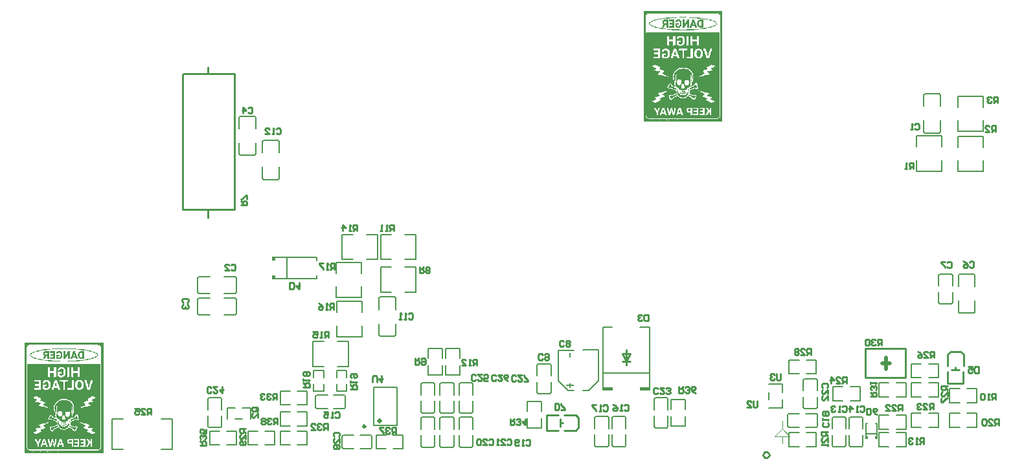
<source format=gbo>
G04*
G04 #@! TF.GenerationSoftware,Altium Limited,Altium Designer,22.0.2 (36)*
G04*
G04 Layer_Color=32896*
%FSLAX25Y25*%
%MOIN*%
G70*
G04*
G04 #@! TF.SameCoordinates,4B23997A-F780-4CFF-BF2E-C76CCAE4F475*
G04*
G04*
G04 #@! TF.FilePolarity,Positive*
G04*
G01*
G75*
%ADD10C,0.01000*%
%ADD11C,0.00600*%
%ADD34C,0.01181*%
%ADD110C,0.01968*%
%ADD111C,0.00394*%
%ADD112C,0.00598*%
G36*
X421582Y170857D02*
X380950D01*
Y228042D01*
X421582D01*
Y170857D01*
D02*
G37*
G36*
X191533Y99187D02*
X189733D01*
Y101268D01*
X191533D01*
Y99187D01*
D02*
G37*
G36*
Y89635D02*
X189733D01*
Y91716D01*
X191533D01*
Y89635D01*
D02*
G37*
G36*
X343378Y49330D02*
X342811D01*
Y51598D01*
X343378D01*
Y49330D01*
D02*
G37*
G36*
Y35251D02*
X344984D01*
Y34684D01*
X343378D01*
Y33834D01*
X342811D01*
Y34684D01*
X341205D01*
Y35251D01*
X342811D01*
Y36101D01*
X343378D01*
Y35251D01*
D02*
G37*
G36*
X384261Y32309D02*
X379025D01*
Y34109D01*
X384261D01*
Y32309D01*
D02*
G37*
G36*
X365069D02*
X359833D01*
Y34109D01*
X365069D01*
Y32309D01*
D02*
G37*
G36*
X501387Y7452D02*
X500000D01*
Y8652D01*
X501387D01*
Y7452D01*
D02*
G37*
G36*
X496457D02*
X495069D01*
Y8652D01*
X496457D01*
Y7452D01*
D02*
G37*
G36*
X102929Y-18D02*
X62298D01*
Y57167D01*
X102929D01*
Y-18D01*
D02*
G37*
%LPC*%
G36*
X418787Y226752D02*
X383530D01*
Y226537D01*
X382885D01*
Y226322D01*
X382670D01*
Y226107D01*
X382455D01*
Y225892D01*
X382240D01*
Y225462D01*
X382025D01*
Y212134D01*
Y211919D01*
Y173437D01*
X382240D01*
Y173222D01*
X382455D01*
Y172792D01*
X382885D01*
Y172577D01*
X383315D01*
Y172362D01*
X419217D01*
Y172577D01*
X419647D01*
Y172792D01*
X419862D01*
Y173007D01*
X420077D01*
Y173222D01*
X420292D01*
Y173652D01*
X420507D01*
Y225462D01*
X420292D01*
Y225892D01*
X420077D01*
Y226107D01*
X419862D01*
Y226322D01*
X419647D01*
Y226537D01*
X418787D01*
Y226752D01*
D02*
G37*
G36*
X394064Y171932D02*
X393849D01*
Y171717D01*
X394064D01*
Y171932D01*
D02*
G37*
G36*
X392989D02*
X392559D01*
Y171717D01*
X392989D01*
Y171932D01*
D02*
G37*
G36*
X390840D02*
X390625D01*
Y171717D01*
X390840D01*
Y171932D01*
D02*
G37*
G36*
X389335D02*
X389120D01*
Y171717D01*
X389335D01*
Y171932D01*
D02*
G37*
G36*
X385680D02*
X385465D01*
Y171717D01*
X385680D01*
Y171932D01*
D02*
G37*
G36*
X398364D02*
X397934D01*
Y171502D01*
X398149D01*
Y171717D01*
X398364D01*
Y171932D01*
D02*
G37*
%LPD*%
G36*
X403093Y224817D02*
X407608D01*
Y224603D01*
X409973D01*
Y224388D01*
X411693D01*
Y224172D01*
X412983D01*
Y223957D01*
X414058D01*
Y223743D01*
X415133D01*
Y223528D01*
X415777D01*
Y223313D01*
X416422D01*
Y223098D01*
X417067D01*
Y222883D01*
X417497D01*
Y222668D01*
X417927D01*
Y222453D01*
X418357D01*
Y222238D01*
X418572D01*
Y221808D01*
X418787D01*
Y221163D01*
X418572D01*
Y220948D01*
X418357D01*
Y220733D01*
X418142D01*
Y220518D01*
X417927D01*
Y220303D01*
X417497D01*
Y220088D01*
X417067D01*
Y219873D01*
X416422D01*
Y219658D01*
X415777D01*
Y219443D01*
X414918D01*
Y219228D01*
X413843D01*
Y219013D01*
X412768D01*
Y218798D01*
X411263D01*
Y218583D01*
X409543D01*
Y218368D01*
X406963D01*
Y218153D01*
X395569D01*
Y218368D01*
X392989D01*
Y218583D01*
X391269D01*
Y218798D01*
X389765D01*
Y219013D01*
X388690D01*
Y219228D01*
X387615D01*
Y219443D01*
X386755D01*
Y219658D01*
X386110D01*
Y219873D01*
X385465D01*
Y220088D01*
X385035D01*
Y220303D01*
X384605D01*
Y220518D01*
X384390D01*
Y220733D01*
X383960D01*
Y221163D01*
X383745D01*
Y222023D01*
X383960D01*
Y222238D01*
X384175D01*
Y222453D01*
X384605D01*
Y222668D01*
X385035D01*
Y222883D01*
X385465D01*
Y223098D01*
X385895D01*
Y223313D01*
X386755D01*
Y223528D01*
X387400D01*
Y223743D01*
X388475D01*
Y223957D01*
X389550D01*
Y224172D01*
X390840D01*
Y224388D01*
X392559D01*
Y224603D01*
X394924D01*
Y224817D01*
X399439D01*
Y225032D01*
X403093D01*
Y224817D01*
D02*
G37*
G36*
X420077Y173437D02*
X419862D01*
Y173222D01*
X419647D01*
Y173007D01*
X419217D01*
Y172792D01*
X383100D01*
Y173007D01*
X382885D01*
Y173222D01*
X382670D01*
Y173437D01*
X382455D01*
Y174082D01*
X382240D01*
Y216648D01*
X382455D01*
Y216863D01*
X420077D01*
Y173437D01*
D02*
G37*
%LPC*%
G36*
X404383Y224603D02*
X398149D01*
Y224388D01*
X394279D01*
Y224172D01*
X392344D01*
Y223957D01*
X390625D01*
Y223743D01*
X389335D01*
Y223528D01*
X388260D01*
Y223313D01*
X387185D01*
Y223098D01*
X386540D01*
Y222883D01*
X385895D01*
Y222668D01*
X385465D01*
Y222453D01*
X385035D01*
Y222238D01*
X384605D01*
Y222023D01*
X384390D01*
Y221808D01*
X384175D01*
Y221163D01*
X384390D01*
Y220948D01*
X384605D01*
Y220733D01*
X385035D01*
Y220518D01*
X385465D01*
Y220303D01*
X386110D01*
Y220088D01*
X386755D01*
Y219873D01*
X387400D01*
Y219658D01*
X388475D01*
Y219443D01*
X389550D01*
Y219228D01*
X390840D01*
Y219013D01*
X392559D01*
Y218798D01*
X394924D01*
Y218583D01*
X399439D01*
Y218368D01*
X403093D01*
Y218583D01*
X407608D01*
Y218798D01*
X409973D01*
Y219013D01*
X411693D01*
Y219228D01*
X412983D01*
Y219443D01*
X414058D01*
Y219658D01*
X414918D01*
Y219873D01*
X415777D01*
Y220088D01*
X416422D01*
Y220303D01*
X417067D01*
Y220518D01*
X417497D01*
Y220733D01*
X417927D01*
Y220948D01*
X418142D01*
Y221163D01*
X418357D01*
Y221808D01*
X418142D01*
Y222023D01*
X417927D01*
Y222238D01*
X417497D01*
Y222453D01*
X417067D01*
Y222668D01*
X416637D01*
Y222883D01*
X415992D01*
Y223098D01*
X415133D01*
Y223313D01*
X414272D01*
Y223528D01*
X413198D01*
Y223743D01*
X411908D01*
Y223957D01*
X410188D01*
Y224172D01*
X408253D01*
Y224388D01*
X404383D01*
Y224603D01*
D02*
G37*
%LPD*%
G36*
X396644Y219443D02*
X394064D01*
Y220303D01*
X395784D01*
Y221163D01*
X394279D01*
Y222023D01*
X395569D01*
Y221808D01*
X395784D01*
Y222668D01*
X394064D01*
Y223528D01*
X396644D01*
Y219443D01*
D02*
G37*
G36*
X404383D02*
X403523D01*
Y221808D01*
X403308D01*
Y221378D01*
X403093D01*
Y221163D01*
X402879D01*
Y220733D01*
X402664D01*
Y220303D01*
X402449D01*
Y220088D01*
X402234D01*
Y219658D01*
X402019D01*
Y219443D01*
X401159D01*
Y223528D01*
X402019D01*
Y221163D01*
X402234D01*
Y221593D01*
X402449D01*
Y222023D01*
X402664D01*
Y222238D01*
X402879D01*
Y222668D01*
X403093D01*
Y223098D01*
X403308D01*
Y223313D01*
X403523D01*
Y223528D01*
X404383D01*
Y219443D01*
D02*
G37*
G36*
X399654Y223313D02*
X399869D01*
Y223098D01*
X400084D01*
Y222883D01*
X400299D01*
Y222668D01*
X400514D01*
Y220303D01*
X400299D01*
Y220088D01*
X400084D01*
Y219873D01*
X399869D01*
Y219658D01*
X399654D01*
Y219443D01*
X397934D01*
Y219658D01*
X397504D01*
Y219873D01*
X397289D01*
Y221593D01*
X399009D01*
Y220948D01*
X398149D01*
Y220303D01*
X398579D01*
Y220088D01*
X399009D01*
Y220303D01*
X399439D01*
Y220733D01*
X399654D01*
Y222238D01*
X399439D01*
Y222668D01*
X399009D01*
Y222883D01*
X398794D01*
Y222668D01*
X398364D01*
Y222453D01*
X398149D01*
Y222238D01*
X397289D01*
Y222668D01*
X397504D01*
Y223098D01*
X397719D01*
Y223313D01*
X398149D01*
Y223528D01*
X399654D01*
Y223313D01*
D02*
G37*
G36*
X411693Y219443D02*
X409758D01*
Y219658D01*
X409328D01*
Y219873D01*
X409113D01*
Y220088D01*
X408898D01*
Y220303D01*
X408683D01*
Y220733D01*
X408468D01*
Y221593D01*
Y221808D01*
Y222023D01*
X408683D01*
Y222668D01*
X408898D01*
Y222883D01*
X409113D01*
Y223098D01*
X409328D01*
Y223313D01*
X409758D01*
Y223528D01*
X411693D01*
Y219443D01*
D02*
G37*
G36*
X406963Y223313D02*
X407178D01*
Y222668D01*
X407393D01*
Y222023D01*
X407608D01*
Y221593D01*
X407823D01*
Y220948D01*
X408038D01*
Y220303D01*
X408253D01*
Y219658D01*
X408468D01*
Y219443D01*
X407393D01*
Y220088D01*
X407178D01*
Y220303D01*
X405888D01*
Y220088D01*
X405673D01*
Y219443D01*
X404598D01*
Y219658D01*
X404813D01*
Y220303D01*
X405028D01*
Y220948D01*
X405243D01*
Y221378D01*
X405458D01*
Y222023D01*
X405673D01*
Y222668D01*
X405888D01*
Y223098D01*
X406103D01*
Y223528D01*
X406963D01*
Y223313D01*
D02*
G37*
G36*
X393634Y222883D02*
Y222668D01*
Y219443D01*
X392774D01*
Y220733D01*
X392559D01*
Y220948D01*
X392129D01*
Y220733D01*
X391915D01*
Y220303D01*
X391700D01*
Y219873D01*
X391484D01*
Y219443D01*
X390410D01*
Y219658D01*
X390625D01*
Y220088D01*
X390840D01*
Y220518D01*
X391055D01*
Y220948D01*
X391269D01*
Y221163D01*
X391055D01*
Y221378D01*
X390840D01*
Y221593D01*
X390625D01*
Y222883D01*
X390840D01*
Y223098D01*
X391055D01*
Y223313D01*
X391484D01*
Y223528D01*
X393634D01*
Y222883D01*
D02*
G37*
%LPC*%
G36*
X410618Y222668D02*
X409758D01*
Y222453D01*
X409543D01*
Y220518D01*
X409758D01*
Y220303D01*
X410618D01*
Y222453D01*
Y222668D01*
D02*
G37*
G36*
X406748Y222023D02*
X406533D01*
Y221808D01*
X406318D01*
Y221163D01*
X406103D01*
Y220948D01*
X406963D01*
Y221378D01*
X406748D01*
Y221808D01*
Y222023D01*
D02*
G37*
G36*
X392774Y222668D02*
X391700D01*
Y222453D01*
X391484D01*
Y222023D01*
Y221808D01*
X391915D01*
Y221593D01*
X392559D01*
Y221808D01*
X392774D01*
Y222668D01*
D02*
G37*
G36*
X409328Y215143D02*
X408253D01*
Y213423D01*
Y213208D01*
X406103D01*
Y215143D01*
X405028D01*
Y210199D01*
X405888D01*
Y209984D01*
X406103D01*
Y212349D01*
X408253D01*
Y209984D01*
X408468D01*
Y210199D01*
X409328D01*
Y215143D01*
D02*
G37*
G36*
X397289D02*
X396214D01*
Y213208D01*
X394064D01*
Y215143D01*
X392989D01*
Y212778D01*
Y212563D01*
Y210199D01*
X393849D01*
Y209984D01*
X394064D01*
Y212349D01*
X395999D01*
Y212134D01*
X396214D01*
Y209984D01*
X396429D01*
Y210199D01*
X397289D01*
Y215143D01*
D02*
G37*
G36*
X401159D02*
X399009D01*
Y214928D01*
X398579D01*
Y214713D01*
X398364D01*
Y214283D01*
X398149D01*
Y213638D01*
X399009D01*
Y213853D01*
X399224D01*
Y214283D01*
X399654D01*
Y214498D01*
X400299D01*
Y214283D01*
X400729D01*
Y214068D01*
X400944D01*
Y213638D01*
X401159D01*
Y211704D01*
X400944D01*
Y211274D01*
X400729D01*
Y211059D01*
X400514D01*
Y210844D01*
X399439D01*
Y211059D01*
X399009D01*
Y211919D01*
X400084D01*
Y212778D01*
X398149D01*
Y210629D01*
X398364D01*
Y210414D01*
X398579D01*
Y210199D01*
X399224D01*
Y209984D01*
X400514D01*
Y210199D01*
X401159D01*
Y210414D01*
X401374D01*
Y210629D01*
X401589D01*
Y210844D01*
X401804D01*
Y211059D01*
X402019D01*
Y211704D01*
X402234D01*
Y213638D01*
X402019D01*
Y214283D01*
X401804D01*
Y214498D01*
X401589D01*
Y214713D01*
X401374D01*
Y214928D01*
X401159D01*
Y215143D01*
D02*
G37*
G36*
X404168D02*
X403093D01*
Y214283D01*
Y214068D01*
Y209984D01*
X403308D01*
Y210199D01*
X404168D01*
Y215143D01*
D02*
G37*
G36*
X416207Y208694D02*
X415347D01*
Y208479D01*
X415133D01*
Y208049D01*
X414918D01*
Y207404D01*
X414703D01*
Y206544D01*
X414488D01*
Y205899D01*
X414272D01*
Y205039D01*
X413843D01*
Y205684D01*
X413628D01*
Y206544D01*
X413413D01*
Y207189D01*
X413198D01*
Y207834D01*
X412983D01*
Y208479D01*
X412768D01*
Y208694D01*
X411693D01*
Y208264D01*
X411908D01*
Y207834D01*
X412123D01*
Y207189D01*
X412338D01*
Y206544D01*
X412553D01*
Y205899D01*
X412768D01*
Y205254D01*
X412983D01*
Y205039D01*
Y204609D01*
X413198D01*
Y203964D01*
X413413D01*
Y203534D01*
X414703D01*
Y204179D01*
X414918D01*
Y204824D01*
X415133D01*
Y205469D01*
X415347D01*
Y205899D01*
X415562D01*
Y206544D01*
X415777D01*
Y207189D01*
X415992D01*
Y207834D01*
X416207D01*
Y208694D01*
D02*
G37*
G36*
X392989D02*
X391700D01*
Y208479D01*
X391055D01*
Y208264D01*
X390840D01*
Y208049D01*
X390625D01*
Y207619D01*
X390410D01*
Y206974D01*
X391269D01*
Y207189D01*
X391484D01*
Y207619D01*
X391915D01*
Y207834D01*
X392774D01*
Y207619D01*
X392989D01*
Y207404D01*
X393204D01*
Y206974D01*
X393419D01*
Y205039D01*
X393204D01*
Y204609D01*
X392989D01*
Y204394D01*
X392559D01*
Y204179D01*
X391915D01*
Y204394D01*
X391484D01*
Y204609D01*
X391269D01*
Y205254D01*
X391484D01*
Y205469D01*
X392344D01*
Y206114D01*
X390410D01*
Y203964D01*
X390625D01*
Y203749D01*
X391055D01*
Y203534D01*
X393204D01*
Y203749D01*
X393634D01*
Y203964D01*
X393849D01*
Y204179D01*
X394064D01*
Y204394D01*
X394279D01*
Y205039D01*
X394494D01*
Y206974D01*
X394279D01*
Y207619D01*
X394064D01*
Y208049D01*
X393849D01*
Y208264D01*
X393419D01*
Y208479D01*
X392989D01*
Y208694D01*
D02*
G37*
G36*
X409758D02*
X408683D01*
Y208479D01*
X408038D01*
Y208264D01*
X407823D01*
Y208049D01*
X407608D01*
Y207834D01*
X407393D01*
Y207404D01*
X407178D01*
Y204824D01*
X407393D01*
Y204394D01*
X407608D01*
Y203964D01*
X408038D01*
Y203749D01*
X408253D01*
Y203534D01*
X410188D01*
Y203749D01*
X410618D01*
Y203964D01*
X410833D01*
Y204179D01*
X411048D01*
Y204609D01*
X411263D01*
Y205254D01*
X411478D01*
Y206759D01*
X411263D01*
Y207404D01*
X411048D01*
Y207834D01*
X410833D01*
Y208049D01*
X410618D01*
Y208264D01*
X410403D01*
Y208479D01*
X409758D01*
Y208694D01*
D02*
G37*
G36*
X406318D02*
X405243D01*
Y205039D01*
Y204824D01*
Y204394D01*
X403093D01*
Y203534D01*
X406318D01*
Y208694D01*
D02*
G37*
G36*
X403308D02*
X399439D01*
Y208479D01*
X399224D01*
Y207834D01*
X400729D01*
Y207619D01*
X400944D01*
Y204609D01*
Y204394D01*
Y203534D01*
X401804D01*
Y207619D01*
X402019D01*
Y207834D01*
X403523D01*
Y208479D01*
X403308D01*
Y208694D01*
D02*
G37*
G36*
X397504D02*
X396644D01*
Y208264D01*
X396429D01*
Y207619D01*
X396214D01*
Y207189D01*
Y206974D01*
X395999D01*
Y206544D01*
X395784D01*
Y205899D01*
X395569D01*
Y205254D01*
X395354D01*
Y204824D01*
X395139D01*
Y204179D01*
X394924D01*
Y203534D01*
X395999D01*
Y204179D01*
X396214D01*
Y204609D01*
X398149D01*
Y203964D01*
X398364D01*
Y203534D01*
X399439D01*
Y204179D01*
X399224D01*
Y204609D01*
X399009D01*
Y205254D01*
X398794D01*
Y205899D01*
X398579D01*
Y206329D01*
X398364D01*
Y206974D01*
X398149D01*
Y207619D01*
X397934D01*
Y208049D01*
X397719D01*
Y208479D01*
X397504D01*
Y208694D01*
D02*
G37*
G36*
X389335D02*
X386110D01*
Y207834D01*
X388260D01*
Y207619D01*
X388475D01*
Y206544D01*
X386325D01*
Y205684D01*
X388475D01*
Y204394D01*
X386110D01*
Y203534D01*
X389550D01*
Y208049D01*
Y208264D01*
Y208479D01*
X389335D01*
Y208694D01*
D02*
G37*
G36*
X416207Y200310D02*
X415777D01*
Y200095D01*
X415347D01*
Y199880D01*
X414918D01*
Y199665D01*
X414703D01*
Y199450D01*
X414272D01*
Y199235D01*
X413843D01*
Y199020D01*
X413413D01*
Y198805D01*
X413628D01*
Y198375D01*
X413843D01*
Y197945D01*
X413413D01*
Y197730D01*
X412768D01*
Y197515D01*
X412123D01*
Y197300D01*
X411693D01*
Y197085D01*
X411478D01*
Y196870D01*
X411693D01*
Y196440D01*
X411908D01*
Y196225D01*
X412123D01*
Y196010D01*
X412338D01*
Y195580D01*
X411908D01*
Y195365D01*
X411478D01*
Y195150D01*
X411048D01*
Y194935D01*
X410618D01*
Y194720D01*
X410188D01*
Y194505D01*
X409973D01*
Y194290D01*
X410833D01*
Y194505D01*
X411693D01*
Y194720D01*
X412553D01*
Y194935D01*
X413628D01*
Y195150D01*
X414488D01*
Y195365D01*
X414918D01*
Y195580D01*
X414703D01*
Y195795D01*
X414488D01*
Y196010D01*
X414272D01*
Y196225D01*
X414058D01*
Y196440D01*
X413843D01*
Y196655D01*
X413628D01*
Y196870D01*
X414488D01*
Y197085D01*
X415562D01*
Y197300D01*
X416422D01*
Y197515D01*
X416207D01*
Y197730D01*
X415992D01*
Y197945D01*
X415777D01*
Y198590D01*
X416207D01*
Y198805D01*
X416637D01*
Y199020D01*
X417067D01*
Y199235D01*
X417497D01*
Y199450D01*
X417712D01*
Y199665D01*
X417282D01*
Y199880D01*
X416852D01*
Y200095D01*
X416207D01*
Y200310D01*
D02*
G37*
G36*
X409973Y194290D02*
X409328D01*
Y194075D01*
X409973D01*
Y194290D01*
D02*
G37*
G36*
X387185Y200310D02*
X386755D01*
Y200095D01*
X386325D01*
Y199880D01*
X385895D01*
Y199665D01*
X385465D01*
Y199450D01*
X385680D01*
Y199235D01*
X386110D01*
Y199020D01*
X386540D01*
Y198805D01*
X386970D01*
Y198590D01*
X387400D01*
Y198160D01*
X387185D01*
Y197945D01*
X386970D01*
Y197730D01*
X386755D01*
Y197515D01*
X386540D01*
Y197300D01*
X387400D01*
Y197085D01*
X388475D01*
Y196870D01*
X389335D01*
Y196440D01*
X389120D01*
Y196225D01*
X388905D01*
Y196010D01*
X388690D01*
Y195795D01*
X388475D01*
Y195580D01*
X388260D01*
Y195365D01*
X388475D01*
Y195150D01*
X389550D01*
Y194935D01*
X390410D01*
Y194720D01*
X391269D01*
Y194505D01*
X392344D01*
Y194290D01*
X393204D01*
Y194075D01*
X393634D01*
Y194290D01*
X393204D01*
Y194505D01*
X392774D01*
Y194720D01*
X392344D01*
Y194935D01*
X391915D01*
Y195150D01*
X391484D01*
Y195365D01*
X391055D01*
Y195580D01*
X390625D01*
Y196010D01*
X390840D01*
Y196225D01*
X391055D01*
Y196440D01*
X391269D01*
Y196655D01*
X391484D01*
Y196870D01*
X391700D01*
Y197085D01*
X391484D01*
Y197300D01*
X390840D01*
Y197515D01*
X390195D01*
Y197730D01*
X389765D01*
Y197945D01*
X389120D01*
Y198375D01*
X389335D01*
Y198590D01*
X389550D01*
Y199020D01*
X389335D01*
Y199235D01*
X388905D01*
Y199450D01*
X388475D01*
Y199665D01*
X388045D01*
Y199880D01*
X387615D01*
Y200095D01*
X387185D01*
Y200310D01*
D02*
G37*
G36*
X402879Y198805D02*
X399869D01*
Y198590D01*
X399224D01*
Y198375D01*
X398794D01*
Y198160D01*
X398579D01*
Y197945D01*
X398149D01*
Y197730D01*
X397934D01*
Y197515D01*
X397719D01*
Y197300D01*
X397504D01*
Y197085D01*
X397289D01*
Y196870D01*
X397074D01*
Y196655D01*
X396859D01*
Y196440D01*
X396644D01*
Y196010D01*
X396429D01*
Y195580D01*
X396214D01*
Y192785D01*
X396429D01*
Y192355D01*
X396644D01*
Y191925D01*
X396859D01*
Y191495D01*
X397074D01*
Y190850D01*
X396859D01*
Y189990D01*
X397074D01*
Y189130D01*
X396214D01*
Y189346D01*
X395999D01*
Y189560D01*
X395569D01*
Y189776D01*
X395354D01*
Y190205D01*
X395139D01*
Y190635D01*
X394279D01*
Y190420D01*
X394064D01*
Y189990D01*
X393849D01*
Y189776D01*
X393634D01*
Y189346D01*
X393419D01*
Y188916D01*
X393204D01*
Y188701D01*
X393419D01*
Y188271D01*
X393849D01*
Y188056D01*
X395569D01*
Y187841D01*
X395999D01*
Y187626D01*
X396429D01*
Y187411D01*
X396859D01*
Y187196D01*
X397289D01*
Y186981D01*
X397504D01*
Y186766D01*
X397719D01*
Y186336D01*
X397934D01*
Y185691D01*
X397719D01*
Y185476D01*
X397289D01*
Y185261D01*
X396859D01*
Y185046D01*
X396429D01*
Y184831D01*
X395784D01*
Y184616D01*
X394064D01*
Y183111D01*
X394279D01*
Y182681D01*
X394494D01*
Y182466D01*
X394709D01*
Y182251D01*
X394924D01*
Y182036D01*
X395354D01*
Y182251D01*
X395569D01*
Y182466D01*
X395784D01*
Y182681D01*
X395999D01*
Y182896D01*
X396214D01*
Y183111D01*
X396644D01*
Y183326D01*
X396859D01*
Y183541D01*
X397289D01*
Y183756D01*
X397719D01*
Y183971D01*
X398149D01*
Y184186D01*
X398579D01*
Y183971D01*
X398794D01*
Y183756D01*
X399009D01*
Y183541D01*
X399439D01*
Y183326D01*
X399654D01*
Y183111D01*
X400299D01*
Y182896D01*
X402234D01*
Y183111D01*
X402664D01*
Y183326D01*
X402879D01*
Y183541D01*
X403308D01*
Y183756D01*
X403523D01*
Y183971D01*
X403738D01*
Y184186D01*
X403954D01*
Y183971D01*
X404383D01*
Y183756D01*
X404813D01*
Y183541D01*
X405243D01*
Y183326D01*
X405458D01*
Y183111D01*
X405673D01*
Y182896D01*
X405888D01*
Y182681D01*
X406103D01*
Y182466D01*
X406533D01*
Y182251D01*
X406963D01*
Y182466D01*
X407393D01*
Y182681D01*
X407608D01*
Y183111D01*
X407823D01*
Y183541D01*
X408038D01*
Y184186D01*
X408253D01*
Y184401D01*
X408038D01*
Y184616D01*
X407823D01*
Y184831D01*
X406963D01*
Y184616D01*
X406103D01*
Y184831D01*
X405673D01*
Y185046D01*
X405243D01*
Y185261D01*
X404813D01*
Y185476D01*
X404598D01*
Y186551D01*
X404813D01*
Y186981D01*
X405028D01*
Y187196D01*
X405458D01*
Y187411D01*
X405888D01*
Y187626D01*
X406318D01*
Y187841D01*
X406748D01*
Y188056D01*
X407608D01*
Y187841D01*
X408898D01*
Y188056D01*
X409113D01*
Y188701D01*
X408898D01*
Y189346D01*
X408683D01*
Y190205D01*
X408468D01*
Y190635D01*
X408253D01*
Y190850D01*
X407823D01*
Y190635D01*
X407393D01*
Y190420D01*
X407178D01*
Y190205D01*
Y189990D01*
X406963D01*
Y189776D01*
X406748D01*
Y189560D01*
X406318D01*
Y189346D01*
X405673D01*
Y189130D01*
X405458D01*
Y189776D01*
X405673D01*
Y190850D01*
X405888D01*
Y191280D01*
X406103D01*
Y191710D01*
X406318D01*
Y192570D01*
X406533D01*
Y195365D01*
X406318D01*
Y196010D01*
X406103D01*
Y196440D01*
X405888D01*
Y196655D01*
X405673D01*
Y197085D01*
X405458D01*
Y197300D01*
X405243D01*
Y197515D01*
X405028D01*
Y197730D01*
X404598D01*
Y197945D01*
X404383D01*
Y198160D01*
X403954D01*
Y198375D01*
X403523D01*
Y198590D01*
X402879D01*
Y198805D01*
D02*
G37*
G36*
X409328Y186981D02*
X409113D01*
Y186766D01*
X409328D01*
Y186981D01*
D02*
G37*
G36*
X393849D02*
X393634D01*
Y186766D01*
X393849D01*
Y186981D01*
D02*
G37*
G36*
X410188Y186766D02*
X409543D01*
Y186551D01*
X409973D01*
Y186336D01*
X410403D01*
Y186121D01*
X410833D01*
Y185906D01*
X411263D01*
Y185691D01*
X411693D01*
Y185476D01*
X412123D01*
Y185261D01*
X412338D01*
Y185046D01*
X412123D01*
Y184831D01*
X411908D01*
Y184616D01*
X411693D01*
Y184401D01*
X411478D01*
Y184186D01*
X411263D01*
Y183756D01*
X411693D01*
Y183541D01*
X412338D01*
Y183326D01*
X412983D01*
Y183111D01*
X413413D01*
Y182896D01*
X413628D01*
Y182466D01*
X413413D01*
Y182251D01*
X413198D01*
Y182036D01*
X413413D01*
Y181821D01*
X413843D01*
Y181606D01*
X414272D01*
Y181391D01*
X414703D01*
Y181176D01*
X415133D01*
Y180961D01*
X415562D01*
Y180746D01*
X416422D01*
Y180961D01*
X416852D01*
Y181176D01*
X417282D01*
Y181391D01*
X417497D01*
Y181606D01*
X417067D01*
Y181821D01*
X416637D01*
Y182036D01*
X416207D01*
Y182251D01*
X415777D01*
Y182466D01*
X415562D01*
Y182896D01*
X415777D01*
Y183111D01*
X415992D01*
Y183326D01*
X416207D01*
Y183541D01*
X415992D01*
Y183756D01*
X414918D01*
Y183971D01*
X413843D01*
Y184186D01*
X413628D01*
Y184401D01*
X413843D01*
Y184616D01*
X414058D01*
Y185046D01*
X414272D01*
Y185261D01*
X414488D01*
Y185476D01*
X414703D01*
Y185691D01*
X413843D01*
Y185906D01*
X412983D01*
Y186121D01*
X412123D01*
Y186336D01*
X411048D01*
Y186551D01*
X410188D01*
Y186766D01*
D02*
G37*
G36*
X393419D02*
X392774D01*
Y186551D01*
X391915D01*
Y186336D01*
X390840D01*
Y186121D01*
X389980D01*
Y185906D01*
X389120D01*
Y185691D01*
X388260D01*
Y185476D01*
X388475D01*
Y185261D01*
X388690D01*
Y185046D01*
X388905D01*
Y184616D01*
X389335D01*
Y184186D01*
X389120D01*
Y183971D01*
X388045D01*
Y183756D01*
X386970D01*
Y183541D01*
X386755D01*
Y183326D01*
X386970D01*
Y183111D01*
X387185D01*
Y182896D01*
X387400D01*
Y182466D01*
X387185D01*
Y182251D01*
X386755D01*
Y182036D01*
X386325D01*
Y181821D01*
X385895D01*
Y181606D01*
X385465D01*
Y181391D01*
X385680D01*
Y181176D01*
X386110D01*
Y180961D01*
X386540D01*
Y180746D01*
X387400D01*
Y180961D01*
X387830D01*
Y181176D01*
X388260D01*
Y181391D01*
X388690D01*
Y181606D01*
X389120D01*
Y181821D01*
X389550D01*
Y182036D01*
X389765D01*
Y182251D01*
X389550D01*
Y182466D01*
X389335D01*
Y182896D01*
X389550D01*
Y183111D01*
X389980D01*
Y183326D01*
X390625D01*
Y183541D01*
X391269D01*
Y183756D01*
X391700D01*
Y184186D01*
X391484D01*
Y184401D01*
X391269D01*
Y184616D01*
X391055D01*
Y184831D01*
X390840D01*
Y185046D01*
X390625D01*
Y185261D01*
X391055D01*
Y185476D01*
X391269D01*
Y185691D01*
X391700D01*
Y185906D01*
X392129D01*
Y186121D01*
X392559D01*
Y186336D01*
X392989D01*
Y186551D01*
X393419D01*
Y186766D01*
D02*
G37*
G36*
X415777Y178166D02*
X415133D01*
Y176662D01*
X414918D01*
Y176877D01*
X414703D01*
Y177092D01*
X414488D01*
Y177307D01*
X414272D01*
Y177736D01*
X414058D01*
Y177952D01*
X413843D01*
Y178166D01*
X412983D01*
Y177736D01*
X413198D01*
Y177522D01*
X413413D01*
Y177307D01*
X413628D01*
Y177092D01*
X413843D01*
Y176662D01*
X414058D01*
Y176232D01*
X413843D01*
Y176017D01*
X413628D01*
Y175587D01*
X413413D01*
Y175157D01*
X413198D01*
Y174942D01*
X412983D01*
Y174512D01*
X412768D01*
Y174297D01*
X413628D01*
Y174512D01*
X413843D01*
Y174727D01*
X414058D01*
Y175157D01*
X414272D01*
Y175587D01*
X414488D01*
Y175802D01*
X414918D01*
Y175587D01*
X415133D01*
Y174297D01*
X415777D01*
Y178166D01*
D02*
G37*
G36*
X389550D02*
X388690D01*
Y177952D01*
X388475D01*
Y177522D01*
X388260D01*
Y177092D01*
X388045D01*
Y176662D01*
X387830D01*
Y176877D01*
X387615D01*
Y177307D01*
X387400D01*
Y177736D01*
X387185D01*
Y178166D01*
X386325D01*
Y177736D01*
X386540D01*
Y177307D01*
X386755D01*
Y176877D01*
X386970D01*
Y176662D01*
X387185D01*
Y176232D01*
X387400D01*
Y175587D01*
X387615D01*
Y174297D01*
X388260D01*
Y175802D01*
X388475D01*
Y176232D01*
X388690D01*
Y176662D01*
X388905D01*
Y177092D01*
X389120D01*
Y177522D01*
X389335D01*
Y177952D01*
X389550D01*
Y178166D01*
D02*
G37*
G36*
X397504D02*
X396859D01*
Y177736D01*
X396644D01*
Y176447D01*
X396429D01*
Y175587D01*
X396214D01*
Y176232D01*
X395999D01*
Y177092D01*
X395784D01*
Y178166D01*
X394924D01*
Y177522D01*
X394709D01*
Y176662D01*
X394494D01*
Y175802D01*
X394279D01*
Y176017D01*
X394064D01*
Y177092D01*
X393849D01*
Y178166D01*
X392989D01*
Y177736D01*
X393204D01*
Y176662D01*
X393419D01*
Y175802D01*
X393634D01*
Y174727D01*
X393849D01*
Y174297D01*
X394709D01*
Y174942D01*
X394924D01*
Y175802D01*
X395139D01*
Y176662D01*
X395354D01*
Y176447D01*
X395569D01*
Y175587D01*
X395784D01*
Y175372D01*
Y175157D01*
Y174727D01*
X395999D01*
Y174297D01*
X396859D01*
Y175157D01*
X397074D01*
Y176232D01*
X397289D01*
Y177092D01*
X397504D01*
Y178166D01*
D02*
G37*
G36*
X412338D02*
X409758D01*
Y177522D01*
X411263D01*
Y177736D01*
X411478D01*
Y176662D01*
X409973D01*
Y176017D01*
X411478D01*
Y174942D01*
X409758D01*
Y174297D01*
X412338D01*
Y174727D01*
Y174942D01*
Y178166D01*
D02*
G37*
G36*
X409113D02*
X406533D01*
Y177736D01*
X406748D01*
Y177522D01*
X408038D01*
Y177736D01*
X408253D01*
Y177522D01*
X408468D01*
Y176662D01*
X406748D01*
Y176017D01*
X408468D01*
Y174942D01*
X406533D01*
Y174297D01*
X409113D01*
Y178166D01*
D02*
G37*
G36*
X406103D02*
X403738D01*
Y177952D01*
X403308D01*
Y177736D01*
X403093D01*
Y176232D01*
X403308D01*
Y176017D01*
X403523D01*
Y175802D01*
X405243D01*
Y174297D01*
X406103D01*
Y178166D01*
D02*
G37*
G36*
X400084D02*
X399009D01*
Y177522D01*
X398794D01*
Y177307D01*
Y176877D01*
X398579D01*
Y176447D01*
X398364D01*
Y175802D01*
X398149D01*
Y175157D01*
X397934D01*
Y174727D01*
X397719D01*
Y174297D01*
X398579D01*
Y174727D01*
X398794D01*
Y175157D01*
X400299D01*
Y174727D01*
X400514D01*
Y174297D01*
X401374D01*
Y174512D01*
X401159D01*
Y175157D01*
X400944D01*
Y175802D01*
X400729D01*
Y176232D01*
X400514D01*
Y176877D01*
X400299D01*
Y177522D01*
X400084D01*
Y178166D01*
D02*
G37*
G36*
X391484D02*
X390625D01*
Y177736D01*
X390410D01*
Y177092D01*
X390195D01*
Y176447D01*
X389980D01*
Y176017D01*
X389765D01*
Y175372D01*
X389550D01*
Y174727D01*
X389335D01*
Y174512D01*
Y174297D01*
X390195D01*
Y174942D01*
X390410D01*
Y175157D01*
X391915D01*
Y174512D01*
X392129D01*
Y174297D01*
X392989D01*
Y174512D01*
X392774D01*
Y175157D01*
X392559D01*
Y175587D01*
X392344D01*
Y176232D01*
X392129D01*
Y176877D01*
X391915D01*
Y177307D01*
X391700D01*
Y177952D01*
X391484D01*
Y178166D01*
D02*
G37*
%LPD*%
G36*
X409758Y207619D02*
X409973D01*
Y207404D01*
X410188D01*
Y206974D01*
X410403D01*
Y205254D01*
X410188D01*
Y204609D01*
X409973D01*
Y204394D01*
X409543D01*
Y204179D01*
X409113D01*
Y204394D01*
X408683D01*
Y204609D01*
X408468D01*
Y204824D01*
X408253D01*
Y205684D01*
X408038D01*
Y206329D01*
X408253D01*
Y207189D01*
X408468D01*
Y207619D01*
X408898D01*
Y207834D01*
X409758D01*
Y207619D01*
D02*
G37*
G36*
X397289Y206544D02*
X397504D01*
Y205899D01*
X397719D01*
Y205469D01*
X396644D01*
Y206114D01*
X396859D01*
Y206759D01*
X397074D01*
Y206974D01*
Y207189D01*
X397289D01*
Y206544D01*
D02*
G37*
G36*
X402449Y198160D02*
X403093D01*
Y197945D01*
X403738D01*
Y197730D01*
X403954D01*
Y197515D01*
X404383D01*
Y197300D01*
X404598D01*
Y197085D01*
X404813D01*
Y196870D01*
X405028D01*
Y196655D01*
X405243D01*
Y196440D01*
X405458D01*
Y196225D01*
X405673D01*
Y195795D01*
X405888D01*
Y195150D01*
X406103D01*
Y193000D01*
X405888D01*
Y192140D01*
X405673D01*
Y191925D01*
X405458D01*
Y192570D01*
X405673D01*
Y194720D01*
X405458D01*
Y194935D01*
X405243D01*
Y194505D01*
X405458D01*
Y194075D01*
X405243D01*
Y192785D01*
X405028D01*
Y191710D01*
X405243D01*
Y189346D01*
X405028D01*
Y189130D01*
X404813D01*
Y188916D01*
X404598D01*
Y188701D01*
X404168D01*
Y188486D01*
X403738D01*
Y188271D01*
X403523D01*
Y188056D01*
X403308D01*
Y187626D01*
X403093D01*
Y187411D01*
X402664D01*
Y187196D01*
X402234D01*
Y186981D01*
X400514D01*
Y187196D01*
X399869D01*
Y187411D01*
X399439D01*
Y187626D01*
X399224D01*
Y187841D01*
Y188056D01*
X399009D01*
Y188271D01*
X398794D01*
Y188486D01*
X398364D01*
Y188701D01*
X397934D01*
Y188916D01*
X397719D01*
Y189130D01*
X397504D01*
Y189990D01*
X397289D01*
Y190635D01*
X397504D01*
Y191280D01*
X397719D01*
Y194935D01*
X397934D01*
Y195365D01*
X397719D01*
Y195150D01*
X397504D01*
Y194720D01*
X397289D01*
Y192570D01*
X397504D01*
Y192140D01*
X397289D01*
Y191925D01*
X397074D01*
Y192140D01*
X396859D01*
Y192570D01*
X396644D01*
Y193645D01*
X396429D01*
Y194720D01*
X396644D01*
Y195580D01*
X396859D01*
Y196010D01*
X397074D01*
Y196225D01*
X397289D01*
Y196440D01*
X397504D01*
Y196655D01*
X397719D01*
Y196870D01*
X397934D01*
Y197085D01*
X398149D01*
Y197300D01*
X398364D01*
Y197515D01*
X398794D01*
Y197730D01*
X399224D01*
Y197945D01*
X399869D01*
Y198160D01*
X400729D01*
Y198375D01*
X402449D01*
Y198160D01*
D02*
G37*
G36*
X408038Y189346D02*
X408253D01*
Y188916D01*
X408468D01*
Y188271D01*
X407823D01*
Y188486D01*
X406748D01*
Y188271D01*
X406318D01*
Y188056D01*
X405888D01*
Y187841D01*
X405458D01*
Y187626D01*
X404813D01*
Y188271D01*
X405028D01*
Y188486D01*
X405458D01*
Y188701D01*
X405888D01*
Y188916D01*
X406318D01*
Y189130D01*
X406748D01*
Y189346D01*
X407178D01*
Y189560D01*
X407393D01*
Y189776D01*
X407608D01*
Y189990D01*
X408038D01*
Y189346D01*
D02*
G37*
G36*
X394924Y189776D02*
X395139D01*
Y189346D01*
X395569D01*
Y189130D01*
X395999D01*
Y188916D01*
X396429D01*
Y188701D01*
X396859D01*
Y188486D01*
X397289D01*
Y188271D01*
X397719D01*
Y187411D01*
X397289D01*
Y187626D01*
X396644D01*
Y187841D01*
X396214D01*
Y188056D01*
X395784D01*
Y188271D01*
X395354D01*
Y188486D01*
X393849D01*
Y189130D01*
X394064D01*
Y189560D01*
X394279D01*
Y189990D01*
X394494D01*
Y190205D01*
X394924D01*
Y189776D01*
D02*
G37*
G36*
X399869Y186766D02*
X400084D01*
Y186551D01*
X400299D01*
Y186766D01*
X400514D01*
Y186121D01*
X400299D01*
Y186336D01*
X400084D01*
Y186551D01*
X399654D01*
Y186981D01*
X399869D01*
Y186766D01*
D02*
G37*
G36*
X402449Y186121D02*
X401159D01*
Y185691D01*
X401589D01*
Y185906D01*
X401804D01*
Y185691D01*
X402234D01*
Y185906D01*
X402664D01*
Y186121D01*
X402879D01*
Y185691D01*
X402449D01*
Y185476D01*
X402019D01*
Y185261D01*
X401804D01*
Y185046D01*
X401589D01*
Y185261D01*
X401159D01*
Y185046D01*
X400729D01*
Y185476D01*
X400514D01*
Y185261D01*
X400299D01*
Y185476D01*
X399869D01*
Y185691D01*
X399654D01*
Y185906D01*
X400084D01*
Y185691D01*
X400299D01*
Y185906D01*
X400514D01*
Y185691D01*
X400944D01*
Y186121D01*
X400729D01*
Y186551D01*
X402234D01*
Y186766D01*
X402449D01*
Y186121D01*
D02*
G37*
G36*
X404383Y186766D02*
X404168D01*
Y185691D01*
X403954D01*
Y185261D01*
X403738D01*
Y184831D01*
X403523D01*
Y184616D01*
X403308D01*
Y184186D01*
X403093D01*
Y183971D01*
X402664D01*
Y183756D01*
X402449D01*
Y183541D01*
X402019D01*
Y183326D01*
X400299D01*
Y183541D01*
X399869D01*
Y183756D01*
X399439D01*
Y183971D01*
X399224D01*
Y184186D01*
X399009D01*
Y184401D01*
X398794D01*
Y184831D01*
X398579D01*
Y185261D01*
X398364D01*
Y185906D01*
X398149D01*
Y187411D01*
X398364D01*
Y186981D01*
X398579D01*
Y186336D01*
X398794D01*
Y185906D01*
X399009D01*
Y185691D01*
X399224D01*
Y185476D01*
X399439D01*
Y185261D01*
X399654D01*
Y185046D01*
X399869D01*
Y184831D01*
X400514D01*
Y184616D01*
X402019D01*
Y184831D01*
X402664D01*
Y185046D01*
X402879D01*
Y185261D01*
X403093D01*
Y185476D01*
X403308D01*
Y185691D01*
X403523D01*
Y185906D01*
X403738D01*
Y186336D01*
X403954D01*
Y187626D01*
X404383D01*
Y186766D01*
D02*
G37*
G36*
X404598Y184831D02*
X405028D01*
Y184616D01*
X405673D01*
Y184401D01*
X406103D01*
Y184186D01*
X406963D01*
Y184401D01*
X407393D01*
Y184186D01*
X407608D01*
Y183756D01*
X407393D01*
Y183326D01*
X407178D01*
Y183111D01*
X406963D01*
Y182896D01*
X406533D01*
Y183111D01*
X406318D01*
Y183326D01*
X406103D01*
Y183541D01*
X405673D01*
Y183756D01*
X405458D01*
Y183971D01*
X405028D01*
Y184186D01*
X404598D01*
Y184401D01*
X404168D01*
Y184831D01*
X404383D01*
Y185046D01*
X404598D01*
Y184831D01*
D02*
G37*
G36*
X397934Y185046D02*
X398149D01*
Y184831D01*
X398364D01*
Y184616D01*
X398149D01*
Y184401D01*
X397719D01*
Y184186D01*
X397289D01*
Y183971D01*
X396859D01*
Y183756D01*
X396429D01*
Y183541D01*
X396214D01*
Y183326D01*
X395999D01*
Y183111D01*
X395784D01*
Y182896D01*
X395354D01*
Y182681D01*
X394924D01*
Y182896D01*
X394709D01*
Y183541D01*
X394494D01*
Y183971D01*
X394709D01*
Y184186D01*
X395784D01*
Y184401D01*
X396429D01*
Y184616D01*
X396859D01*
Y184831D01*
X397289D01*
Y185046D01*
X397719D01*
Y185261D01*
X397934D01*
Y185046D01*
D02*
G37*
%LPC*%
G36*
X400084Y192570D02*
X398579D01*
Y192355D01*
X398364D01*
Y192140D01*
X398149D01*
Y190635D01*
X398364D01*
Y190205D01*
X398579D01*
Y189990D01*
X398794D01*
Y189776D01*
X399869D01*
Y189990D01*
X400084D01*
Y190205D01*
X400299D01*
Y190635D01*
X400514D01*
Y191925D01*
X400299D01*
Y192355D01*
X400084D01*
Y192570D01*
D02*
G37*
G36*
X404168Y192355D02*
X402449D01*
Y192140D01*
X402234D01*
Y191925D01*
X402019D01*
Y190420D01*
X402234D01*
Y189990D01*
X402449D01*
Y189776D01*
X402879D01*
Y189560D01*
X403738D01*
Y189776D01*
X403954D01*
Y189990D01*
X404168D01*
Y190420D01*
X404383D01*
Y192140D01*
X404168D01*
Y192355D01*
D02*
G37*
G36*
X401374Y190420D02*
X400944D01*
Y190205D01*
X400729D01*
Y189990D01*
X400514D01*
Y189560D01*
X400299D01*
Y188271D01*
X400514D01*
Y188056D01*
X401804D01*
Y188271D01*
X402019D01*
Y189346D01*
X401804D01*
Y189776D01*
X401589D01*
Y190205D01*
X401374D01*
Y190420D01*
D02*
G37*
%LPD*%
G36*
X405243Y176662D02*
Y176447D01*
X403954D01*
Y176662D01*
X403738D01*
Y177092D01*
X403954D01*
Y177522D01*
X405243D01*
Y176662D01*
D02*
G37*
G36*
X399654D02*
X399869D01*
Y176447D01*
Y176232D01*
Y176017D01*
X400084D01*
Y175802D01*
X399009D01*
Y176017D01*
X399224D01*
Y176662D01*
X399439D01*
Y177092D01*
X399654D01*
Y176662D01*
D02*
G37*
G36*
X391269Y176447D02*
X391484D01*
Y175802D01*
X390625D01*
Y176232D01*
X390840D01*
Y176662D01*
Y176877D01*
X391055D01*
Y177092D01*
X391269D01*
Y176447D01*
D02*
G37*
%LPC*%
G36*
X100135Y55877D02*
X64878D01*
Y55662D01*
X64233D01*
Y55447D01*
X64018D01*
Y55232D01*
X63803D01*
Y55017D01*
X63588D01*
Y54587D01*
X63373D01*
Y41258D01*
Y41043D01*
Y2562D01*
X63588D01*
Y2347D01*
X63803D01*
Y1917D01*
X64233D01*
Y1702D01*
X64663D01*
Y1487D01*
X100565D01*
Y1702D01*
X100995D01*
Y1917D01*
X101210D01*
Y2132D01*
X101425D01*
Y2347D01*
X101639D01*
Y2777D01*
X101855D01*
Y54587D01*
X101639D01*
Y55017D01*
X101425D01*
Y55232D01*
X101210D01*
Y55447D01*
X100995D01*
Y55662D01*
X100135D01*
Y55877D01*
D02*
G37*
G36*
X75412Y1057D02*
X75197D01*
Y842D01*
X75412D01*
Y1057D01*
D02*
G37*
G36*
X74337D02*
X73907D01*
Y842D01*
X74337D01*
Y1057D01*
D02*
G37*
G36*
X72187D02*
X71972D01*
Y842D01*
X72187D01*
Y1057D01*
D02*
G37*
G36*
X70682D02*
X70467D01*
Y842D01*
X70682D01*
Y1057D01*
D02*
G37*
G36*
X67027D02*
X66813D01*
Y842D01*
X67027D01*
Y1057D01*
D02*
G37*
G36*
X79712D02*
X79282D01*
Y627D01*
X79497D01*
Y842D01*
X79712D01*
Y1057D01*
D02*
G37*
%LPD*%
G36*
X84441Y53942D02*
X88956D01*
Y53727D01*
X91321D01*
Y53512D01*
X93040D01*
Y53297D01*
X94330D01*
Y53082D01*
X95405D01*
Y52867D01*
X96480D01*
Y52652D01*
X97125D01*
Y52437D01*
X97770D01*
Y52222D01*
X98415D01*
Y52007D01*
X98845D01*
Y51792D01*
X99275D01*
Y51577D01*
X99705D01*
Y51362D01*
X99920D01*
Y50933D01*
X100135D01*
Y50287D01*
X99920D01*
Y50072D01*
X99705D01*
Y49858D01*
X99490D01*
Y49643D01*
X99275D01*
Y49428D01*
X98845D01*
Y49213D01*
X98415D01*
Y48998D01*
X97770D01*
Y48783D01*
X97125D01*
Y48568D01*
X96265D01*
Y48353D01*
X95190D01*
Y48138D01*
X94115D01*
Y47923D01*
X92610D01*
Y47708D01*
X90891D01*
Y47493D01*
X88311D01*
Y47278D01*
X76917D01*
Y47493D01*
X74337D01*
Y47708D01*
X72617D01*
Y47923D01*
X71112D01*
Y48138D01*
X70037D01*
Y48353D01*
X68962D01*
Y48568D01*
X68103D01*
Y48783D01*
X67457D01*
Y48998D01*
X66813D01*
Y49213D01*
X66383D01*
Y49428D01*
X65953D01*
Y49643D01*
X65738D01*
Y49858D01*
X65308D01*
Y50287D01*
X65093D01*
Y51147D01*
X65308D01*
Y51362D01*
X65523D01*
Y51577D01*
X65953D01*
Y51792D01*
X66383D01*
Y52007D01*
X66813D01*
Y52222D01*
X67242D01*
Y52437D01*
X68103D01*
Y52652D01*
X68747D01*
Y52867D01*
X69822D01*
Y53082D01*
X70897D01*
Y53297D01*
X72187D01*
Y53512D01*
X73907D01*
Y53727D01*
X76272D01*
Y53942D01*
X80786D01*
Y54157D01*
X84441D01*
Y53942D01*
D02*
G37*
G36*
X101425Y2562D02*
X101210D01*
Y2347D01*
X100995D01*
Y2132D01*
X100565D01*
Y1917D01*
X64448D01*
Y2132D01*
X64233D01*
Y2347D01*
X64018D01*
Y2562D01*
X63803D01*
Y3207D01*
X63588D01*
Y45773D01*
X63803D01*
Y45988D01*
X101425D01*
Y2562D01*
D02*
G37*
%LPC*%
G36*
X85731Y53727D02*
X79497D01*
Y53512D01*
X75627D01*
Y53297D01*
X73692D01*
Y53082D01*
X71972D01*
Y52867D01*
X70682D01*
Y52652D01*
X69607D01*
Y52437D01*
X68532D01*
Y52222D01*
X67888D01*
Y52007D01*
X67242D01*
Y51792D01*
X66813D01*
Y51577D01*
X66383D01*
Y51362D01*
X65953D01*
Y51147D01*
X65738D01*
Y50933D01*
X65523D01*
Y50287D01*
X65738D01*
Y50072D01*
X65953D01*
Y49858D01*
X66383D01*
Y49643D01*
X66813D01*
Y49428D01*
X67457D01*
Y49213D01*
X68103D01*
Y48998D01*
X68747D01*
Y48783D01*
X69822D01*
Y48568D01*
X70897D01*
Y48353D01*
X72187D01*
Y48138D01*
X73907D01*
Y47923D01*
X76272D01*
Y47708D01*
X80786D01*
Y47493D01*
X84441D01*
Y47708D01*
X88956D01*
Y47923D01*
X91321D01*
Y48138D01*
X93040D01*
Y48353D01*
X94330D01*
Y48568D01*
X95405D01*
Y48783D01*
X96265D01*
Y48998D01*
X97125D01*
Y49213D01*
X97770D01*
Y49428D01*
X98415D01*
Y49643D01*
X98845D01*
Y49858D01*
X99275D01*
Y50072D01*
X99490D01*
Y50287D01*
X99705D01*
Y50933D01*
X99490D01*
Y51147D01*
X99275D01*
Y51362D01*
X98845D01*
Y51577D01*
X98415D01*
Y51792D01*
X97985D01*
Y52007D01*
X97340D01*
Y52222D01*
X96480D01*
Y52437D01*
X95620D01*
Y52652D01*
X94545D01*
Y52867D01*
X93255D01*
Y53082D01*
X91535D01*
Y53297D01*
X89601D01*
Y53512D01*
X85731D01*
Y53727D01*
D02*
G37*
%LPD*%
G36*
X77992Y48568D02*
X75412D01*
Y49428D01*
X77132D01*
Y50287D01*
X75627D01*
Y51147D01*
X76917D01*
Y50933D01*
X77132D01*
Y51792D01*
X75412D01*
Y52652D01*
X77992D01*
Y48568D01*
D02*
G37*
G36*
X85731D02*
X84871D01*
Y50933D01*
X84656D01*
Y50503D01*
X84441D01*
Y50287D01*
X84226D01*
Y49858D01*
X84011D01*
Y49428D01*
X83796D01*
Y49213D01*
X83581D01*
Y48783D01*
X83366D01*
Y48568D01*
X82506D01*
Y52652D01*
X83366D01*
Y50287D01*
X83581D01*
Y50718D01*
X83796D01*
Y51147D01*
X84011D01*
Y51362D01*
X84226D01*
Y51792D01*
X84441D01*
Y52222D01*
X84656D01*
Y52437D01*
X84871D01*
Y52652D01*
X85731D01*
Y48568D01*
D02*
G37*
G36*
X81001Y52437D02*
X81216D01*
Y52222D01*
X81431D01*
Y52007D01*
X81646D01*
Y51792D01*
X81861D01*
Y49428D01*
X81646D01*
Y49213D01*
X81431D01*
Y48998D01*
X81216D01*
Y48783D01*
X81001D01*
Y48568D01*
X79282D01*
Y48783D01*
X78851D01*
Y48998D01*
X78636D01*
Y50718D01*
X80356D01*
Y50072D01*
X79497D01*
Y49428D01*
X79926D01*
Y49213D01*
X80356D01*
Y49428D01*
X80786D01*
Y49858D01*
X81001D01*
Y51362D01*
X80786D01*
Y51792D01*
X80356D01*
Y52007D01*
X80141D01*
Y51792D01*
X79712D01*
Y51577D01*
X79497D01*
Y51362D01*
X78636D01*
Y51792D01*
X78851D01*
Y52222D01*
X79066D01*
Y52437D01*
X79497D01*
Y52652D01*
X81001D01*
Y52437D01*
D02*
G37*
G36*
X93040Y48568D02*
X91106D01*
Y48783D01*
X90675D01*
Y48998D01*
X90460D01*
Y49213D01*
X90245D01*
Y49428D01*
X90031D01*
Y49858D01*
X89816D01*
Y50718D01*
Y50933D01*
Y51147D01*
X90031D01*
Y51792D01*
X90245D01*
Y52007D01*
X90460D01*
Y52222D01*
X90675D01*
Y52437D01*
X91106D01*
Y52652D01*
X93040D01*
Y48568D01*
D02*
G37*
G36*
X88311Y52437D02*
X88526D01*
Y51792D01*
X88741D01*
Y51147D01*
X88956D01*
Y50718D01*
X89171D01*
Y50072D01*
X89386D01*
Y49428D01*
X89601D01*
Y48783D01*
X89816D01*
Y48568D01*
X88741D01*
Y49213D01*
X88526D01*
Y49428D01*
X87236D01*
Y49213D01*
X87021D01*
Y48568D01*
X85946D01*
Y48783D01*
X86161D01*
Y49428D01*
X86376D01*
Y50072D01*
X86591D01*
Y50503D01*
X86806D01*
Y51147D01*
X87021D01*
Y51792D01*
X87236D01*
Y52222D01*
X87451D01*
Y52652D01*
X88311D01*
Y52437D01*
D02*
G37*
G36*
X74982Y52007D02*
Y51792D01*
Y48568D01*
X74122D01*
Y49858D01*
X73907D01*
Y50072D01*
X73477D01*
Y49858D01*
X73262D01*
Y49428D01*
X73047D01*
Y48998D01*
X72832D01*
Y48568D01*
X71757D01*
Y48783D01*
X71972D01*
Y49213D01*
X72187D01*
Y49643D01*
X72402D01*
Y50072D01*
X72617D01*
Y50287D01*
X72402D01*
Y50503D01*
X72187D01*
Y50718D01*
X71972D01*
Y52007D01*
X72187D01*
Y52222D01*
X72402D01*
Y52437D01*
X72832D01*
Y52652D01*
X74982D01*
Y52007D01*
D02*
G37*
%LPC*%
G36*
X91965Y51792D02*
X91106D01*
Y51577D01*
X90891D01*
Y49643D01*
X91106D01*
Y49428D01*
X91965D01*
Y51577D01*
Y51792D01*
D02*
G37*
G36*
X88096Y51147D02*
X87881D01*
Y50933D01*
X87666D01*
Y50287D01*
X87451D01*
Y50072D01*
X88311D01*
Y50503D01*
X88096D01*
Y50933D01*
Y51147D01*
D02*
G37*
G36*
X74122Y51792D02*
X73047D01*
Y51577D01*
X72832D01*
Y51147D01*
Y50933D01*
X73262D01*
Y50718D01*
X73907D01*
Y50933D01*
X74122D01*
Y51792D01*
D02*
G37*
G36*
X90675Y44268D02*
X89601D01*
Y42548D01*
Y42333D01*
X87451D01*
Y44268D01*
X86376D01*
Y39323D01*
X87236D01*
Y39108D01*
X87451D01*
Y41473D01*
X89601D01*
Y39108D01*
X89816D01*
Y39323D01*
X90675D01*
Y44268D01*
D02*
G37*
G36*
X78636D02*
X77562D01*
Y42333D01*
X75412D01*
Y44268D01*
X74337D01*
Y41903D01*
Y41688D01*
Y39323D01*
X75197D01*
Y39108D01*
X75412D01*
Y41473D01*
X77347D01*
Y41258D01*
X77562D01*
Y39108D01*
X77777D01*
Y39323D01*
X78636D01*
Y44268D01*
D02*
G37*
G36*
X82506D02*
X80356D01*
Y44053D01*
X79926D01*
Y43838D01*
X79712D01*
Y43408D01*
X79497D01*
Y42763D01*
X80356D01*
Y42978D01*
X80571D01*
Y43408D01*
X81001D01*
Y43623D01*
X81646D01*
Y43408D01*
X82076D01*
Y43193D01*
X82291D01*
Y42763D01*
X82506D01*
Y40828D01*
X82291D01*
Y40398D01*
X82076D01*
Y40183D01*
X81861D01*
Y39968D01*
X80786D01*
Y40183D01*
X80356D01*
Y41043D01*
X81431D01*
Y41903D01*
X79497D01*
Y39753D01*
X79712D01*
Y39538D01*
X79926D01*
Y39323D01*
X80571D01*
Y39108D01*
X81861D01*
Y39323D01*
X82506D01*
Y39538D01*
X82721D01*
Y39753D01*
X82936D01*
Y39968D01*
X83151D01*
Y40183D01*
X83366D01*
Y40828D01*
X83581D01*
Y42763D01*
X83366D01*
Y43408D01*
X83151D01*
Y43623D01*
X82936D01*
Y43838D01*
X82721D01*
Y44053D01*
X82506D01*
Y44268D01*
D02*
G37*
G36*
X85516D02*
X84441D01*
Y43408D01*
Y43193D01*
Y39108D01*
X84656D01*
Y39323D01*
X85516D01*
Y44268D01*
D02*
G37*
G36*
X97555Y37819D02*
X96695D01*
Y37604D01*
X96480D01*
Y37174D01*
X96265D01*
Y36529D01*
X96050D01*
Y35669D01*
X95835D01*
Y35024D01*
X95620D01*
Y34164D01*
X95190D01*
Y34809D01*
X94975D01*
Y35669D01*
X94760D01*
Y36314D01*
X94545D01*
Y36959D01*
X94330D01*
Y37604D01*
X94115D01*
Y37819D01*
X93040D01*
Y37389D01*
X93255D01*
Y36959D01*
X93470D01*
Y36314D01*
X93685D01*
Y35669D01*
X93900D01*
Y35024D01*
X94115D01*
Y34379D01*
X94330D01*
Y34164D01*
Y33734D01*
X94545D01*
Y33089D01*
X94760D01*
Y32659D01*
X96050D01*
Y33304D01*
X96265D01*
Y33949D01*
X96480D01*
Y34594D01*
X96695D01*
Y35024D01*
X96910D01*
Y35669D01*
X97125D01*
Y36314D01*
X97340D01*
Y36959D01*
X97555D01*
Y37819D01*
D02*
G37*
G36*
X74337D02*
X73047D01*
Y37604D01*
X72402D01*
Y37389D01*
X72187D01*
Y37174D01*
X71972D01*
Y36744D01*
X71757D01*
Y36099D01*
X72617D01*
Y36314D01*
X72832D01*
Y36744D01*
X73262D01*
Y36959D01*
X74122D01*
Y36744D01*
X74337D01*
Y36529D01*
X74552D01*
Y36099D01*
X74767D01*
Y34164D01*
X74552D01*
Y33734D01*
X74337D01*
Y33519D01*
X73907D01*
Y33304D01*
X73262D01*
Y33519D01*
X72832D01*
Y33734D01*
X72617D01*
Y34379D01*
X72832D01*
Y34594D01*
X73692D01*
Y35239D01*
X71757D01*
Y33089D01*
X71972D01*
Y32874D01*
X72402D01*
Y32659D01*
X74552D01*
Y32874D01*
X74982D01*
Y33089D01*
X75197D01*
Y33304D01*
X75412D01*
Y33519D01*
X75627D01*
Y34164D01*
X75842D01*
Y36099D01*
X75627D01*
Y36744D01*
X75412D01*
Y37174D01*
X75197D01*
Y37389D01*
X74767D01*
Y37604D01*
X74337D01*
Y37819D01*
D02*
G37*
G36*
X91106D02*
X90031D01*
Y37604D01*
X89386D01*
Y37389D01*
X89171D01*
Y37174D01*
X88956D01*
Y36959D01*
X88741D01*
Y36529D01*
X88526D01*
Y33949D01*
X88741D01*
Y33519D01*
X88956D01*
Y33089D01*
X89386D01*
Y32874D01*
X89601D01*
Y32659D01*
X91535D01*
Y32874D01*
X91965D01*
Y33089D01*
X92180D01*
Y33304D01*
X92395D01*
Y33734D01*
X92610D01*
Y34379D01*
X92825D01*
Y35884D01*
X92610D01*
Y36529D01*
X92395D01*
Y36959D01*
X92180D01*
Y37174D01*
X91965D01*
Y37389D01*
X91750D01*
Y37604D01*
X91106D01*
Y37819D01*
D02*
G37*
G36*
X87666D02*
X86591D01*
Y34164D01*
Y33949D01*
Y33519D01*
X84441D01*
Y32659D01*
X87666D01*
Y37819D01*
D02*
G37*
G36*
X84656D02*
X80786D01*
Y37604D01*
X80571D01*
Y36959D01*
X82076D01*
Y36744D01*
X82291D01*
Y33734D01*
Y33519D01*
Y32659D01*
X83151D01*
Y36744D01*
X83366D01*
Y36959D01*
X84871D01*
Y37604D01*
X84656D01*
Y37819D01*
D02*
G37*
G36*
X78851D02*
X77992D01*
Y37389D01*
X77777D01*
Y36744D01*
X77562D01*
Y36314D01*
Y36099D01*
X77347D01*
Y35669D01*
X77132D01*
Y35024D01*
X76917D01*
Y34379D01*
X76702D01*
Y33949D01*
X76487D01*
Y33304D01*
X76272D01*
Y32659D01*
X77347D01*
Y33304D01*
X77562D01*
Y33734D01*
X79497D01*
Y33089D01*
X79712D01*
Y32659D01*
X80786D01*
Y33304D01*
X80571D01*
Y33734D01*
X80356D01*
Y34379D01*
X80141D01*
Y35024D01*
X79926D01*
Y35454D01*
X79712D01*
Y36099D01*
X79497D01*
Y36744D01*
X79282D01*
Y37174D01*
X79066D01*
Y37604D01*
X78851D01*
Y37819D01*
D02*
G37*
G36*
X70682D02*
X67457D01*
Y36959D01*
X69607D01*
Y36744D01*
X69822D01*
Y35669D01*
X67672D01*
Y34809D01*
X69822D01*
Y33519D01*
X67457D01*
Y32659D01*
X70897D01*
Y37174D01*
Y37389D01*
Y37604D01*
X70682D01*
Y37819D01*
D02*
G37*
G36*
X97555Y29434D02*
X97125D01*
Y29219D01*
X96695D01*
Y29004D01*
X96265D01*
Y28789D01*
X96050D01*
Y28574D01*
X95620D01*
Y28359D01*
X95190D01*
Y28144D01*
X94760D01*
Y27929D01*
X94975D01*
Y27499D01*
X95190D01*
Y27070D01*
X94760D01*
Y26855D01*
X94115D01*
Y26640D01*
X93470D01*
Y26425D01*
X93040D01*
Y26210D01*
X92825D01*
Y25995D01*
X93040D01*
Y25565D01*
X93255D01*
Y25350D01*
X93470D01*
Y25135D01*
X93685D01*
Y24705D01*
X93255D01*
Y24490D01*
X92825D01*
Y24275D01*
X92395D01*
Y24060D01*
X91965D01*
Y23845D01*
X91535D01*
Y23630D01*
X91321D01*
Y23415D01*
X92180D01*
Y23630D01*
X93040D01*
Y23845D01*
X93900D01*
Y24060D01*
X94975D01*
Y24275D01*
X95835D01*
Y24490D01*
X96265D01*
Y24705D01*
X96050D01*
Y24920D01*
X95835D01*
Y25135D01*
X95620D01*
Y25350D01*
X95405D01*
Y25565D01*
X95190D01*
Y25780D01*
X94975D01*
Y25995D01*
X95835D01*
Y26210D01*
X96910D01*
Y26425D01*
X97770D01*
Y26640D01*
X97555D01*
Y26855D01*
X97340D01*
Y27070D01*
X97125D01*
Y27714D01*
X97555D01*
Y27929D01*
X97985D01*
Y28144D01*
X98415D01*
Y28359D01*
X98845D01*
Y28574D01*
X99060D01*
Y28789D01*
X98630D01*
Y29004D01*
X98200D01*
Y29219D01*
X97555D01*
Y29434D01*
D02*
G37*
G36*
X91321Y23415D02*
X90675D01*
Y23200D01*
X91321D01*
Y23415D01*
D02*
G37*
G36*
X68532Y29434D02*
X68103D01*
Y29219D01*
X67672D01*
Y29004D01*
X67242D01*
Y28789D01*
X66813D01*
Y28574D01*
X67027D01*
Y28359D01*
X67457D01*
Y28144D01*
X67888D01*
Y27929D01*
X68317D01*
Y27714D01*
X68747D01*
Y27285D01*
X68532D01*
Y27070D01*
X68317D01*
Y26855D01*
X68103D01*
Y26640D01*
X67888D01*
Y26425D01*
X68747D01*
Y26210D01*
X69822D01*
Y25995D01*
X70682D01*
Y25565D01*
X70467D01*
Y25350D01*
X70252D01*
Y25135D01*
X70037D01*
Y24920D01*
X69822D01*
Y24705D01*
X69607D01*
Y24490D01*
X69822D01*
Y24275D01*
X70897D01*
Y24060D01*
X71757D01*
Y23845D01*
X72617D01*
Y23630D01*
X73692D01*
Y23415D01*
X74552D01*
Y23200D01*
X74982D01*
Y23415D01*
X74552D01*
Y23630D01*
X74122D01*
Y23845D01*
X73692D01*
Y24060D01*
X73262D01*
Y24275D01*
X72832D01*
Y24490D01*
X72402D01*
Y24705D01*
X71972D01*
Y25135D01*
X72187D01*
Y25350D01*
X72402D01*
Y25565D01*
X72617D01*
Y25780D01*
X72832D01*
Y25995D01*
X73047D01*
Y26210D01*
X72832D01*
Y26425D01*
X72187D01*
Y26640D01*
X71542D01*
Y26855D01*
X71112D01*
Y27070D01*
X70467D01*
Y27499D01*
X70682D01*
Y27714D01*
X70897D01*
Y28144D01*
X70682D01*
Y28359D01*
X70252D01*
Y28574D01*
X69822D01*
Y28789D01*
X69392D01*
Y29004D01*
X68962D01*
Y29219D01*
X68532D01*
Y29434D01*
D02*
G37*
G36*
X84226Y27929D02*
X81216D01*
Y27714D01*
X80571D01*
Y27499D01*
X80141D01*
Y27285D01*
X79926D01*
Y27070D01*
X79497D01*
Y26855D01*
X79282D01*
Y26640D01*
X79066D01*
Y26425D01*
X78851D01*
Y26210D01*
X78636D01*
Y25995D01*
X78422D01*
Y25780D01*
X78207D01*
Y25565D01*
X77992D01*
Y25135D01*
X77777D01*
Y24705D01*
X77562D01*
Y21910D01*
X77777D01*
Y21480D01*
X77992D01*
Y21050D01*
X78207D01*
Y20620D01*
X78422D01*
Y19975D01*
X78207D01*
Y19115D01*
X78422D01*
Y18255D01*
X77562D01*
Y18470D01*
X77347D01*
Y18685D01*
X76917D01*
Y18900D01*
X76702D01*
Y19330D01*
X76487D01*
Y19760D01*
X75627D01*
Y19545D01*
X75412D01*
Y19115D01*
X75197D01*
Y18900D01*
X74982D01*
Y18470D01*
X74767D01*
Y18040D01*
X74552D01*
Y17825D01*
X74767D01*
Y17395D01*
X75197D01*
Y17180D01*
X76917D01*
Y16965D01*
X77347D01*
Y16750D01*
X77777D01*
Y16535D01*
X78207D01*
Y16320D01*
X78636D01*
Y16105D01*
X78851D01*
Y15890D01*
X79066D01*
Y15461D01*
X79282D01*
Y14816D01*
X79066D01*
Y14601D01*
X78636D01*
Y14386D01*
X78207D01*
Y14171D01*
X77777D01*
Y13956D01*
X77132D01*
Y13741D01*
X75412D01*
Y12236D01*
X75627D01*
Y11806D01*
X75842D01*
Y11591D01*
X76057D01*
Y11376D01*
X76272D01*
Y11161D01*
X76702D01*
Y11376D01*
X76917D01*
Y11591D01*
X77132D01*
Y11806D01*
X77347D01*
Y12021D01*
X77562D01*
Y12236D01*
X77992D01*
Y12451D01*
X78207D01*
Y12666D01*
X78636D01*
Y12881D01*
X79066D01*
Y13096D01*
X79497D01*
Y13311D01*
X79926D01*
Y13096D01*
X80141D01*
Y12881D01*
X80356D01*
Y12666D01*
X80786D01*
Y12451D01*
X81001D01*
Y12236D01*
X81646D01*
Y12021D01*
X83581D01*
Y12236D01*
X84011D01*
Y12451D01*
X84226D01*
Y12666D01*
X84656D01*
Y12881D01*
X84871D01*
Y13096D01*
X85086D01*
Y13311D01*
X85301D01*
Y13096D01*
X85731D01*
Y12881D01*
X86161D01*
Y12666D01*
X86591D01*
Y12451D01*
X86806D01*
Y12236D01*
X87021D01*
Y12021D01*
X87236D01*
Y11806D01*
X87451D01*
Y11591D01*
X87881D01*
Y11376D01*
X88311D01*
Y11591D01*
X88741D01*
Y11806D01*
X88956D01*
Y12236D01*
X89171D01*
Y12666D01*
X89386D01*
Y13311D01*
X89601D01*
Y13526D01*
X89386D01*
Y13741D01*
X89171D01*
Y13956D01*
X88311D01*
Y13741D01*
X87451D01*
Y13956D01*
X87021D01*
Y14171D01*
X86591D01*
Y14386D01*
X86161D01*
Y14601D01*
X85946D01*
Y15676D01*
X86161D01*
Y16105D01*
X86376D01*
Y16320D01*
X86806D01*
Y16535D01*
X87236D01*
Y16750D01*
X87666D01*
Y16965D01*
X88096D01*
Y17180D01*
X88956D01*
Y16965D01*
X90245D01*
Y17180D01*
X90460D01*
Y17825D01*
X90245D01*
Y18470D01*
X90031D01*
Y19330D01*
X89816D01*
Y19760D01*
X89601D01*
Y19975D01*
X89171D01*
Y19760D01*
X88741D01*
Y19545D01*
X88526D01*
Y19330D01*
Y19115D01*
X88311D01*
Y18900D01*
X88096D01*
Y18685D01*
X87666D01*
Y18470D01*
X87021D01*
Y18255D01*
X86806D01*
Y18900D01*
X87021D01*
Y19975D01*
X87236D01*
Y20405D01*
X87451D01*
Y20835D01*
X87666D01*
Y21695D01*
X87881D01*
Y24490D01*
X87666D01*
Y25135D01*
X87451D01*
Y25565D01*
X87236D01*
Y25780D01*
X87021D01*
Y26210D01*
X86806D01*
Y26425D01*
X86591D01*
Y26640D01*
X86376D01*
Y26855D01*
X85946D01*
Y27070D01*
X85731D01*
Y27285D01*
X85301D01*
Y27499D01*
X84871D01*
Y27714D01*
X84226D01*
Y27929D01*
D02*
G37*
G36*
X90675Y16105D02*
X90460D01*
Y15890D01*
X90675D01*
Y16105D01*
D02*
G37*
G36*
X75197D02*
X74982D01*
Y15890D01*
X75197D01*
Y16105D01*
D02*
G37*
G36*
X91535Y15890D02*
X90891D01*
Y15676D01*
X91321D01*
Y15461D01*
X91750D01*
Y15246D01*
X92180D01*
Y15031D01*
X92610D01*
Y14816D01*
X93040D01*
Y14601D01*
X93470D01*
Y14386D01*
X93685D01*
Y14171D01*
X93470D01*
Y13956D01*
X93255D01*
Y13741D01*
X93040D01*
Y13526D01*
X92825D01*
Y13311D01*
X92610D01*
Y12881D01*
X93040D01*
Y12666D01*
X93685D01*
Y12451D01*
X94330D01*
Y12236D01*
X94760D01*
Y12021D01*
X94975D01*
Y11591D01*
X94760D01*
Y11376D01*
X94545D01*
Y11161D01*
X94760D01*
Y10946D01*
X95190D01*
Y10731D01*
X95620D01*
Y10516D01*
X96050D01*
Y10301D01*
X96480D01*
Y10086D01*
X96910D01*
Y9871D01*
X97770D01*
Y10086D01*
X98200D01*
Y10301D01*
X98630D01*
Y10516D01*
X98845D01*
Y10731D01*
X98415D01*
Y10946D01*
X97985D01*
Y11161D01*
X97555D01*
Y11376D01*
X97125D01*
Y11591D01*
X96910D01*
Y12021D01*
X97125D01*
Y12236D01*
X97340D01*
Y12451D01*
X97555D01*
Y12666D01*
X97340D01*
Y12881D01*
X96265D01*
Y13096D01*
X95190D01*
Y13311D01*
X94975D01*
Y13526D01*
X95190D01*
Y13741D01*
X95405D01*
Y14171D01*
X95620D01*
Y14386D01*
X95835D01*
Y14601D01*
X96050D01*
Y14816D01*
X95190D01*
Y15031D01*
X94330D01*
Y15246D01*
X93470D01*
Y15461D01*
X92395D01*
Y15676D01*
X91535D01*
Y15890D01*
D02*
G37*
G36*
X74767D02*
X74122D01*
Y15676D01*
X73262D01*
Y15461D01*
X72187D01*
Y15246D01*
X71327D01*
Y15031D01*
X70467D01*
Y14816D01*
X69607D01*
Y14601D01*
X69822D01*
Y14386D01*
X70037D01*
Y14171D01*
X70252D01*
Y13741D01*
X70682D01*
Y13311D01*
X70467D01*
Y13096D01*
X69392D01*
Y12881D01*
X68317D01*
Y12666D01*
X68103D01*
Y12451D01*
X68317D01*
Y12236D01*
X68532D01*
Y12021D01*
X68747D01*
Y11591D01*
X68532D01*
Y11376D01*
X68103D01*
Y11161D01*
X67672D01*
Y10946D01*
X67242D01*
Y10731D01*
X66813D01*
Y10516D01*
X67027D01*
Y10301D01*
X67457D01*
Y10086D01*
X67888D01*
Y9871D01*
X68747D01*
Y10086D01*
X69177D01*
Y10301D01*
X69607D01*
Y10516D01*
X70037D01*
Y10731D01*
X70467D01*
Y10946D01*
X70897D01*
Y11161D01*
X71112D01*
Y11376D01*
X70897D01*
Y11591D01*
X70682D01*
Y12021D01*
X70897D01*
Y12236D01*
X71327D01*
Y12451D01*
X71972D01*
Y12666D01*
X72617D01*
Y12881D01*
X73047D01*
Y13311D01*
X72832D01*
Y13526D01*
X72617D01*
Y13741D01*
X72402D01*
Y13956D01*
X72187D01*
Y14171D01*
X71972D01*
Y14386D01*
X72402D01*
Y14601D01*
X72617D01*
Y14816D01*
X73047D01*
Y15031D01*
X73477D01*
Y15246D01*
X73907D01*
Y15461D01*
X74337D01*
Y15676D01*
X74767D01*
Y15890D01*
D02*
G37*
G36*
X97125Y7291D02*
X96480D01*
Y5786D01*
X96265D01*
Y6001D01*
X96050D01*
Y6216D01*
X95835D01*
Y6431D01*
X95620D01*
Y6861D01*
X95405D01*
Y7076D01*
X95190D01*
Y7291D01*
X94330D01*
Y6861D01*
X94545D01*
Y6646D01*
X94760D01*
Y6431D01*
X94975D01*
Y6216D01*
X95190D01*
Y5786D01*
X95405D01*
Y5356D01*
X95190D01*
Y5141D01*
X94975D01*
Y4712D01*
X94760D01*
Y4281D01*
X94545D01*
Y4067D01*
X94330D01*
Y3636D01*
X94115D01*
Y3422D01*
X94975D01*
Y3636D01*
X95190D01*
Y3852D01*
X95405D01*
Y4281D01*
X95620D01*
Y4712D01*
X95835D01*
Y4926D01*
X96265D01*
Y4712D01*
X96480D01*
Y3422D01*
X97125D01*
Y7291D01*
D02*
G37*
G36*
X70897D02*
X70037D01*
Y7076D01*
X69822D01*
Y6646D01*
X69607D01*
Y6216D01*
X69392D01*
Y5786D01*
X69177D01*
Y6001D01*
X68962D01*
Y6431D01*
X68747D01*
Y6861D01*
X68532D01*
Y7291D01*
X67672D01*
Y6861D01*
X67888D01*
Y6431D01*
X68103D01*
Y6001D01*
X68317D01*
Y5786D01*
X68532D01*
Y5356D01*
X68747D01*
Y4712D01*
X68962D01*
Y3422D01*
X69607D01*
Y4926D01*
X69822D01*
Y5356D01*
X70037D01*
Y5786D01*
X70252D01*
Y6216D01*
X70467D01*
Y6646D01*
X70682D01*
Y7076D01*
X70897D01*
Y7291D01*
D02*
G37*
G36*
X78851D02*
X78207D01*
Y6861D01*
X77992D01*
Y5571D01*
X77777D01*
Y4712D01*
X77562D01*
Y5356D01*
X77347D01*
Y6216D01*
X77132D01*
Y7291D01*
X76272D01*
Y6646D01*
X76057D01*
Y5786D01*
X75842D01*
Y4926D01*
X75627D01*
Y5141D01*
X75412D01*
Y6216D01*
X75197D01*
Y7291D01*
X74337D01*
Y6861D01*
X74552D01*
Y5786D01*
X74767D01*
Y4926D01*
X74982D01*
Y3852D01*
X75197D01*
Y3422D01*
X76057D01*
Y4067D01*
X76272D01*
Y4926D01*
X76487D01*
Y5786D01*
X76702D01*
Y5571D01*
X76917D01*
Y4712D01*
X77132D01*
Y4496D01*
Y4281D01*
Y3852D01*
X77347D01*
Y3422D01*
X78207D01*
Y4281D01*
X78422D01*
Y5356D01*
X78636D01*
Y6216D01*
X78851D01*
Y7291D01*
D02*
G37*
G36*
X93685D02*
X91106D01*
Y6646D01*
X92610D01*
Y6861D01*
X92825D01*
Y5786D01*
X91321D01*
Y5141D01*
X92825D01*
Y4067D01*
X91106D01*
Y3422D01*
X93685D01*
Y3852D01*
Y4067D01*
Y7291D01*
D02*
G37*
G36*
X90460D02*
X87881D01*
Y6861D01*
X88096D01*
Y6646D01*
X89386D01*
Y6861D01*
X89601D01*
Y6646D01*
X89816D01*
Y5786D01*
X88096D01*
Y5141D01*
X89816D01*
Y4067D01*
X87881D01*
Y3422D01*
X90460D01*
Y7291D01*
D02*
G37*
G36*
X87451D02*
X85086D01*
Y7076D01*
X84656D01*
Y6861D01*
X84441D01*
Y5356D01*
X84656D01*
Y5141D01*
X84871D01*
Y4926D01*
X86591D01*
Y3422D01*
X87451D01*
Y7291D01*
D02*
G37*
G36*
X81431D02*
X80356D01*
Y6646D01*
X80141D01*
Y6431D01*
Y6001D01*
X79926D01*
Y5571D01*
X79712D01*
Y4926D01*
X79497D01*
Y4281D01*
X79282D01*
Y3852D01*
X79066D01*
Y3422D01*
X79926D01*
Y3852D01*
X80141D01*
Y4281D01*
X81646D01*
Y3852D01*
X81861D01*
Y3422D01*
X82721D01*
Y3636D01*
X82506D01*
Y4281D01*
X82291D01*
Y4926D01*
X82076D01*
Y5356D01*
X81861D01*
Y6001D01*
X81646D01*
Y6646D01*
X81431D01*
Y7291D01*
D02*
G37*
G36*
X72832D02*
X71972D01*
Y6861D01*
X71757D01*
Y6216D01*
X71542D01*
Y5571D01*
X71327D01*
Y5141D01*
X71112D01*
Y4496D01*
X70897D01*
Y3852D01*
X70682D01*
Y3636D01*
Y3422D01*
X71542D01*
Y4067D01*
X71757D01*
Y4281D01*
X73262D01*
Y3636D01*
X73477D01*
Y3422D01*
X74337D01*
Y3636D01*
X74122D01*
Y4281D01*
X73907D01*
Y4712D01*
X73692D01*
Y5356D01*
X73477D01*
Y6001D01*
X73262D01*
Y6431D01*
X73047D01*
Y7076D01*
X72832D01*
Y7291D01*
D02*
G37*
%LPD*%
G36*
X91106Y36744D02*
X91321D01*
Y36529D01*
X91535D01*
Y36099D01*
X91750D01*
Y34379D01*
X91535D01*
Y33734D01*
X91321D01*
Y33519D01*
X90891D01*
Y33304D01*
X90460D01*
Y33519D01*
X90031D01*
Y33734D01*
X89816D01*
Y33949D01*
X89601D01*
Y34809D01*
X89386D01*
Y35454D01*
X89601D01*
Y36314D01*
X89816D01*
Y36744D01*
X90245D01*
Y36959D01*
X91106D01*
Y36744D01*
D02*
G37*
G36*
X78636Y35669D02*
X78851D01*
Y35024D01*
X79066D01*
Y34594D01*
X77992D01*
Y35239D01*
X78207D01*
Y35884D01*
X78422D01*
Y36099D01*
Y36314D01*
X78636D01*
Y35669D01*
D02*
G37*
G36*
X83796Y27285D02*
X84441D01*
Y27070D01*
X85086D01*
Y26855D01*
X85301D01*
Y26640D01*
X85731D01*
Y26425D01*
X85946D01*
Y26210D01*
X86161D01*
Y25995D01*
X86376D01*
Y25780D01*
X86591D01*
Y25565D01*
X86806D01*
Y25350D01*
X87021D01*
Y24920D01*
X87236D01*
Y24275D01*
X87451D01*
Y22125D01*
X87236D01*
Y21265D01*
X87021D01*
Y21050D01*
X86806D01*
Y21695D01*
X87021D01*
Y23845D01*
X86806D01*
Y24060D01*
X86591D01*
Y23630D01*
X86806D01*
Y23200D01*
X86591D01*
Y21910D01*
X86376D01*
Y20835D01*
X86591D01*
Y18470D01*
X86376D01*
Y18255D01*
X86161D01*
Y18040D01*
X85946D01*
Y17825D01*
X85516D01*
Y17610D01*
X85086D01*
Y17395D01*
X84871D01*
Y17180D01*
X84656D01*
Y16750D01*
X84441D01*
Y16535D01*
X84011D01*
Y16320D01*
X83581D01*
Y16105D01*
X81861D01*
Y16320D01*
X81216D01*
Y16535D01*
X80786D01*
Y16750D01*
X80571D01*
Y16965D01*
Y17180D01*
X80356D01*
Y17395D01*
X80141D01*
Y17610D01*
X79712D01*
Y17825D01*
X79282D01*
Y18040D01*
X79066D01*
Y18255D01*
X78851D01*
Y19115D01*
X78636D01*
Y19760D01*
X78851D01*
Y20405D01*
X79066D01*
Y24060D01*
X79282D01*
Y24490D01*
X79066D01*
Y24275D01*
X78851D01*
Y23845D01*
X78636D01*
Y21695D01*
X78851D01*
Y21265D01*
X78636D01*
Y21050D01*
X78422D01*
Y21265D01*
X78207D01*
Y21695D01*
X77992D01*
Y22770D01*
X77777D01*
Y23845D01*
X77992D01*
Y24705D01*
X78207D01*
Y25135D01*
X78422D01*
Y25350D01*
X78636D01*
Y25565D01*
X78851D01*
Y25780D01*
X79066D01*
Y25995D01*
X79282D01*
Y26210D01*
X79497D01*
Y26425D01*
X79712D01*
Y26640D01*
X80141D01*
Y26855D01*
X80571D01*
Y27070D01*
X81216D01*
Y27285D01*
X82076D01*
Y27499D01*
X83796D01*
Y27285D01*
D02*
G37*
G36*
X89386Y18470D02*
X89601D01*
Y18040D01*
X89816D01*
Y17395D01*
X89171D01*
Y17610D01*
X88096D01*
Y17395D01*
X87666D01*
Y17180D01*
X87236D01*
Y16965D01*
X86806D01*
Y16750D01*
X86161D01*
Y17395D01*
X86376D01*
Y17610D01*
X86806D01*
Y17825D01*
X87236D01*
Y18040D01*
X87666D01*
Y18255D01*
X88096D01*
Y18470D01*
X88526D01*
Y18685D01*
X88741D01*
Y18900D01*
X88956D01*
Y19115D01*
X89386D01*
Y18470D01*
D02*
G37*
G36*
X76272Y18900D02*
X76487D01*
Y18470D01*
X76917D01*
Y18255D01*
X77347D01*
Y18040D01*
X77777D01*
Y17825D01*
X78207D01*
Y17610D01*
X78636D01*
Y17395D01*
X79066D01*
Y16535D01*
X78636D01*
Y16750D01*
X77992D01*
Y16965D01*
X77562D01*
Y17180D01*
X77132D01*
Y17395D01*
X76702D01*
Y17610D01*
X75197D01*
Y18255D01*
X75412D01*
Y18685D01*
X75627D01*
Y19115D01*
X75842D01*
Y19330D01*
X76272D01*
Y18900D01*
D02*
G37*
G36*
X81216Y15890D02*
X81431D01*
Y15676D01*
X81646D01*
Y15890D01*
X81861D01*
Y15246D01*
X81646D01*
Y15461D01*
X81431D01*
Y15676D01*
X81001D01*
Y16105D01*
X81216D01*
Y15890D01*
D02*
G37*
G36*
X83796Y15246D02*
X82506D01*
Y14816D01*
X82936D01*
Y15031D01*
X83151D01*
Y14816D01*
X83581D01*
Y15031D01*
X84011D01*
Y15246D01*
X84226D01*
Y14816D01*
X83796D01*
Y14601D01*
X83366D01*
Y14386D01*
X83151D01*
Y14171D01*
X82936D01*
Y14386D01*
X82506D01*
Y14171D01*
X82076D01*
Y14601D01*
X81861D01*
Y14386D01*
X81646D01*
Y14601D01*
X81216D01*
Y14816D01*
X81001D01*
Y15031D01*
X81431D01*
Y14816D01*
X81646D01*
Y15031D01*
X81861D01*
Y14816D01*
X82291D01*
Y15246D01*
X82076D01*
Y15676D01*
X83581D01*
Y15890D01*
X83796D01*
Y15246D01*
D02*
G37*
G36*
X85731Y15890D02*
X85516D01*
Y14816D01*
X85301D01*
Y14386D01*
X85086D01*
Y13956D01*
X84871D01*
Y13741D01*
X84656D01*
Y13311D01*
X84441D01*
Y13096D01*
X84011D01*
Y12881D01*
X83796D01*
Y12666D01*
X83366D01*
Y12451D01*
X81646D01*
Y12666D01*
X81216D01*
Y12881D01*
X80786D01*
Y13096D01*
X80571D01*
Y13311D01*
X80356D01*
Y13526D01*
X80141D01*
Y13956D01*
X79926D01*
Y14386D01*
X79712D01*
Y15031D01*
X79497D01*
Y16535D01*
X79712D01*
Y16105D01*
X79926D01*
Y15461D01*
X80141D01*
Y15031D01*
X80356D01*
Y14816D01*
X80571D01*
Y14601D01*
X80786D01*
Y14386D01*
X81001D01*
Y14171D01*
X81216D01*
Y13956D01*
X81861D01*
Y13741D01*
X83366D01*
Y13956D01*
X84011D01*
Y14171D01*
X84226D01*
Y14386D01*
X84441D01*
Y14601D01*
X84656D01*
Y14816D01*
X84871D01*
Y15031D01*
X85086D01*
Y15461D01*
X85301D01*
Y16750D01*
X85731D01*
Y15890D01*
D02*
G37*
G36*
X85946Y13956D02*
X86376D01*
Y13741D01*
X87021D01*
Y13526D01*
X87451D01*
Y13311D01*
X88311D01*
Y13526D01*
X88741D01*
Y13311D01*
X88956D01*
Y12881D01*
X88741D01*
Y12451D01*
X88526D01*
Y12236D01*
X88311D01*
Y12021D01*
X87881D01*
Y12236D01*
X87666D01*
Y12451D01*
X87451D01*
Y12666D01*
X87021D01*
Y12881D01*
X86806D01*
Y13096D01*
X86376D01*
Y13311D01*
X85946D01*
Y13526D01*
X85516D01*
Y13956D01*
X85731D01*
Y14171D01*
X85946D01*
Y13956D01*
D02*
G37*
G36*
X79282Y14171D02*
X79497D01*
Y13956D01*
X79712D01*
Y13741D01*
X79497D01*
Y13526D01*
X79066D01*
Y13311D01*
X78636D01*
Y13096D01*
X78207D01*
Y12881D01*
X77777D01*
Y12666D01*
X77562D01*
Y12451D01*
X77347D01*
Y12236D01*
X77132D01*
Y12021D01*
X76702D01*
Y11806D01*
X76272D01*
Y12021D01*
X76057D01*
Y12666D01*
X75842D01*
Y13096D01*
X76057D01*
Y13311D01*
X77132D01*
Y13526D01*
X77777D01*
Y13741D01*
X78207D01*
Y13956D01*
X78636D01*
Y14171D01*
X79066D01*
Y14386D01*
X79282D01*
Y14171D01*
D02*
G37*
%LPC*%
G36*
X81431Y21695D02*
X79926D01*
Y21480D01*
X79712D01*
Y21265D01*
X79497D01*
Y19760D01*
X79712D01*
Y19330D01*
X79926D01*
Y19115D01*
X80141D01*
Y18900D01*
X81216D01*
Y19115D01*
X81431D01*
Y19330D01*
X81646D01*
Y19760D01*
X81861D01*
Y21050D01*
X81646D01*
Y21480D01*
X81431D01*
Y21695D01*
D02*
G37*
G36*
X85516Y21480D02*
X83796D01*
Y21265D01*
X83581D01*
Y21050D01*
X83366D01*
Y19545D01*
X83581D01*
Y19115D01*
X83796D01*
Y18900D01*
X84226D01*
Y18685D01*
X85086D01*
Y18900D01*
X85301D01*
Y19115D01*
X85516D01*
Y19545D01*
X85731D01*
Y21265D01*
X85516D01*
Y21480D01*
D02*
G37*
G36*
X82721Y19545D02*
X82291D01*
Y19330D01*
X82076D01*
Y19115D01*
X81861D01*
Y18685D01*
X81646D01*
Y17395D01*
X81861D01*
Y17180D01*
X83151D01*
Y17395D01*
X83366D01*
Y18470D01*
X83151D01*
Y18900D01*
X82936D01*
Y19330D01*
X82721D01*
Y19545D01*
D02*
G37*
%LPD*%
G36*
X86591Y5786D02*
Y5571D01*
X85301D01*
Y5786D01*
X85086D01*
Y6216D01*
X85301D01*
Y6646D01*
X86591D01*
Y5786D01*
D02*
G37*
G36*
X81001D02*
X81216D01*
Y5571D01*
Y5356D01*
Y5141D01*
X81431D01*
Y4926D01*
X80356D01*
Y5141D01*
X80571D01*
Y5786D01*
X80786D01*
Y6216D01*
X81001D01*
Y5786D01*
D02*
G37*
G36*
X72617Y5571D02*
X72832D01*
Y4926D01*
X71972D01*
Y5356D01*
X72187D01*
Y5786D01*
Y6001D01*
X72402D01*
Y6216D01*
X72617D01*
Y5571D01*
D02*
G37*
D10*
X445712Y-823D02*
X445399Y140D01*
X444580Y735D01*
X443568D01*
X442749Y140D01*
X442436Y-823D01*
X442749Y-1785D01*
X443568Y-2380D01*
X444580D01*
X445399Y-1785D01*
X445712Y-823D01*
X495110Y50457D02*
Y53957D01*
X515610D01*
Y38957D02*
Y53957D01*
X495110Y38957D02*
X515610D01*
X495110D02*
Y50457D01*
X545540Y35857D02*
Y41957D01*
X537540Y35857D02*
X545540D01*
X537540D02*
Y41957D01*
X545640Y45057D02*
Y50857D01*
X544040Y52457D02*
X545640Y50857D01*
X539040Y52457D02*
X544040D01*
X537540Y50957D02*
X539040Y52457D01*
X537540Y44957D02*
Y50957D01*
X539567Y42915D02*
X543505D01*
X541535Y43308D02*
Y44367D01*
X372047Y45463D02*
Y53463D01*
X370047Y47463D02*
X374047D01*
X370047D02*
X372047D01*
X374047Y51463D01*
X370047D02*
X374047D01*
X370047D02*
X372047Y47463D01*
X338387Y15748D02*
X339446D01*
X337993Y13779D02*
Y17717D01*
X340036Y19743D02*
X346036D01*
X347536Y18243D01*
Y13243D02*
Y18243D01*
X345936Y11643D02*
X347536Y13243D01*
X340136Y11643D02*
X345936D01*
X330936Y19743D02*
X337036D01*
X330936Y11743D02*
Y19743D01*
Y11743D02*
X337036D01*
X143746Y195122D02*
X144167Y195543D01*
X143746Y125600D02*
Y195122D01*
X170452Y195109D02*
X170518Y195043D01*
Y125600D02*
Y195543D01*
X143746Y125600D02*
X170518D01*
X144167Y195543D02*
X170518D01*
X156693Y121260D02*
Y125197D01*
Y196063D02*
Y199016D01*
X192562Y14940D02*
Y18088D01*
X190988D01*
X190463Y17563D01*
Y16514D01*
X190988Y15989D01*
X192562D01*
X191513D02*
X190463Y14940D01*
X189413Y17563D02*
X188889Y18088D01*
X187839D01*
X187314Y17563D01*
Y17039D01*
X187839Y16514D01*
X188364D01*
X187839D01*
X187314Y15989D01*
Y15464D01*
X187839Y14940D01*
X188889D01*
X189413Y15464D01*
X186265Y17563D02*
X185740Y18088D01*
X184690D01*
X184166Y17563D01*
Y17039D01*
X184690Y16514D01*
X184166Y15989D01*
Y15464D01*
X184690Y14940D01*
X185740D01*
X186265Y15464D01*
Y15989D01*
X185740Y16514D01*
X186265Y17039D01*
Y17563D01*
X185740Y16514D02*
X184690D01*
X218273Y12040D02*
Y15189D01*
X216699D01*
X216174Y14664D01*
Y13615D01*
X216699Y13090D01*
X218273D01*
X217224D02*
X216174Y12040D01*
X215125Y14664D02*
X214600Y15189D01*
X213550D01*
X213026Y14664D01*
Y14139D01*
X213550Y13615D01*
X214075D01*
X213550D01*
X213026Y13090D01*
Y12565D01*
X213550Y12040D01*
X214600D01*
X215125Y12565D01*
X209877Y12040D02*
X211976D01*
X209877Y14139D01*
Y14664D01*
X210402Y15189D01*
X211452D01*
X211976Y14664D01*
X335320Y22406D02*
Y25554D01*
X336894D01*
X337419Y25030D01*
Y22930D01*
X336894Y22406D01*
X335320D01*
X338468D02*
X340567D01*
Y22930D01*
X338468Y25030D01*
Y25554D01*
X158408Y31557D02*
X157884Y31032D01*
X156834D01*
X156309Y31557D01*
Y33656D01*
X156834Y34181D01*
X157884D01*
X158408Y33656D01*
X161557Y34181D02*
X159458D01*
X161557Y32081D01*
Y31557D01*
X161032Y31032D01*
X159983D01*
X159458Y31557D01*
X164181Y34181D02*
Y31032D01*
X162607Y32606D01*
X164706D01*
X451443Y40944D02*
Y38321D01*
X450918Y37796D01*
X449868D01*
X449344Y38321D01*
Y40944D01*
X448294Y40420D02*
X447769Y40944D01*
X446720D01*
X446195Y40420D01*
Y39895D01*
X446720Y39370D01*
X447245D01*
X446720D01*
X446195Y38845D01*
Y38321D01*
X446720Y37796D01*
X447769D01*
X448294Y38321D01*
X399214Y34314D02*
Y31166D01*
X400788D01*
X401313Y31690D01*
Y32740D01*
X400788Y33265D01*
X399214D01*
X400264D02*
X401313Y34314D01*
X402363Y31690D02*
X402887Y31166D01*
X403937D01*
X404462Y31690D01*
Y32215D01*
X403937Y32740D01*
X403412D01*
X403937D01*
X404462Y33265D01*
Y33790D01*
X403937Y34314D01*
X402887D01*
X402363Y33790D01*
X407610Y31166D02*
X406561Y31690D01*
X405511Y32740D01*
Y33790D01*
X406036Y34314D01*
X407086D01*
X407610Y33790D01*
Y33265D01*
X407086Y32740D01*
X405511D01*
X152615Y4087D02*
X155763D01*
Y5662D01*
X155238Y6186D01*
X154189D01*
X153664Y5662D01*
Y4087D01*
Y5137D02*
X152615Y6186D01*
X155238Y7236D02*
X155763Y7761D01*
Y8810D01*
X155238Y9335D01*
X154714D01*
X154189Y8810D01*
Y8285D01*
Y8810D01*
X153664Y9335D01*
X153139D01*
X152615Y8810D01*
Y7761D01*
X153139Y7236D01*
X155763Y12483D02*
Y10384D01*
X154189D01*
X154714Y11434D01*
Y11959D01*
X154189Y12483D01*
X153139D01*
X152615Y11959D01*
Y10909D01*
X153139Y10384D01*
X312282Y17800D02*
Y14652D01*
X313856D01*
X314381Y15177D01*
Y16226D01*
X313856Y16751D01*
X312282D01*
X313331D02*
X314381Y17800D01*
X315430Y15177D02*
X315955Y14652D01*
X317004D01*
X317529Y15177D01*
Y15701D01*
X317004Y16226D01*
X316480D01*
X317004D01*
X317529Y16751D01*
Y17276D01*
X317004Y17800D01*
X315955D01*
X315430Y17276D01*
X320153Y17800D02*
Y14652D01*
X318579Y16226D01*
X320678D01*
X192181Y27681D02*
Y30829D01*
X190606D01*
X190082Y30305D01*
Y29255D01*
X190606Y28730D01*
X192181D01*
X191131D02*
X190082Y27681D01*
X189032Y30305D02*
X188507Y30829D01*
X187458D01*
X186933Y30305D01*
Y29780D01*
X187458Y29255D01*
X187982D01*
X187458D01*
X186933Y28730D01*
Y28206D01*
X187458Y27681D01*
X188507D01*
X189032Y28206D01*
X185883Y30305D02*
X185359Y30829D01*
X184309D01*
X183784Y30305D01*
Y29780D01*
X184309Y29255D01*
X184834D01*
X184309D01*
X183784Y28730D01*
Y28206D01*
X184309Y27681D01*
X185359D01*
X185883Y28206D01*
X497755Y29365D02*
X500904D01*
Y30939D01*
X500379Y31464D01*
X499330D01*
X498805Y30939D01*
Y29365D01*
Y30415D02*
X497755Y31464D01*
X500379Y32514D02*
X500904Y33038D01*
Y34088D01*
X500379Y34613D01*
X499854D01*
X499330Y34088D01*
Y33563D01*
Y34088D01*
X498805Y34613D01*
X498280D01*
X497755Y34088D01*
Y33038D01*
X498280Y32514D01*
X497755Y35662D02*
Y36712D01*
Y36187D01*
X500904D01*
X500379Y35662D01*
X503443Y55616D02*
Y58765D01*
X501869D01*
X501344Y58240D01*
Y57191D01*
X501869Y56666D01*
X503443D01*
X502394D02*
X501344Y55616D01*
X500295Y58240D02*
X499770Y58765D01*
X498720D01*
X498196Y58240D01*
Y57715D01*
X498720Y57191D01*
X499245D01*
X498720D01*
X498196Y56666D01*
Y56141D01*
X498720Y55616D01*
X499770D01*
X500295Y56141D01*
X497146Y58240D02*
X496621Y58765D01*
X495572D01*
X495047Y58240D01*
Y56141D01*
X495572Y55616D01*
X496621D01*
X497146Y56141D01*
Y58240D01*
X176214Y12584D02*
X173065D01*
Y11010D01*
X173590Y10485D01*
X174639D01*
X175164Y11010D01*
Y12584D01*
Y11535D02*
X176214Y10485D01*
Y7337D02*
Y9436D01*
X174114Y7337D01*
X173590D01*
X173065Y7861D01*
Y8911D01*
X173590Y9436D01*
X175689Y6287D02*
X176214Y5762D01*
Y4713D01*
X175689Y4188D01*
X173590D01*
X173065Y4713D01*
Y5762D01*
X173590Y6287D01*
X174114D01*
X174639Y5762D01*
Y4188D01*
X466993Y50788D02*
Y53936D01*
X465419D01*
X464894Y53412D01*
Y52362D01*
X465419Y51837D01*
X466993D01*
X465944D02*
X464894Y50788D01*
X461746D02*
X463845D01*
X461746Y52887D01*
Y53412D01*
X462270Y53936D01*
X463320D01*
X463845Y53412D01*
X460696D02*
X460172Y53936D01*
X459122D01*
X458597Y53412D01*
Y52887D01*
X459122Y52362D01*
X458597Y51837D01*
Y51313D01*
X459122Y50788D01*
X460172D01*
X460696Y51313D01*
Y51837D01*
X460172Y52362D01*
X460696Y52887D01*
Y53412D01*
X460172Y52362D02*
X459122D01*
X537352Y34713D02*
X534203D01*
Y33139D01*
X534728Y32614D01*
X535778D01*
X536302Y33139D01*
Y34713D01*
Y33664D02*
X537352Y32614D01*
Y29466D02*
Y31565D01*
X535253Y29466D01*
X534728D01*
X534203Y29990D01*
Y31040D01*
X534728Y31565D01*
X534203Y28416D02*
Y26317D01*
X534728D01*
X536827Y28416D01*
X537352D01*
X530435Y49262D02*
Y52411D01*
X528861D01*
X528336Y51886D01*
Y50837D01*
X528861Y50312D01*
X530435D01*
X529385D02*
X528336Y49262D01*
X525187D02*
X527286D01*
X525187Y51362D01*
Y51886D01*
X525712Y52411D01*
X526762D01*
X527286Y51886D01*
X522039Y52411D02*
X523088Y51886D01*
X524138Y50837D01*
Y49787D01*
X523613Y49262D01*
X522564D01*
X522039Y49787D01*
Y50312D01*
X522564Y50837D01*
X524138D01*
X485283Y36049D02*
Y39197D01*
X483709D01*
X483184Y38673D01*
Y37623D01*
X483709Y37098D01*
X485283D01*
X484234D02*
X483184Y36049D01*
X480036D02*
X482135D01*
X480036Y38148D01*
Y38673D01*
X480560Y39197D01*
X481610D01*
X482135Y38673D01*
X477412Y36049D02*
Y39197D01*
X478986Y37623D01*
X476887D01*
X530053Y22549D02*
Y25697D01*
X528479D01*
X527954Y25172D01*
Y24123D01*
X528479Y23598D01*
X530053D01*
X529004D02*
X527954Y22549D01*
X524806D02*
X526905D01*
X524806Y24648D01*
Y25172D01*
X525330Y25697D01*
X526380D01*
X526905Y25172D01*
X523756D02*
X523231Y25697D01*
X522182D01*
X521657Y25172D01*
Y24648D01*
X522182Y24123D01*
X522707D01*
X522182D01*
X521657Y23598D01*
Y23073D01*
X522182Y22549D01*
X523231D01*
X523756Y23073D01*
X513930Y21881D02*
Y25029D01*
X512355D01*
X511831Y24505D01*
Y23455D01*
X512355Y22930D01*
X513930D01*
X512880D02*
X511831Y21881D01*
X508682D02*
X510781D01*
X508682Y23980D01*
Y24505D01*
X509207Y25029D01*
X510256D01*
X510781Y24505D01*
X505533Y21881D02*
X507632D01*
X505533Y23980D01*
Y24505D01*
X506058Y25029D01*
X507108D01*
X507632Y24505D01*
X475724Y11057D02*
X472575D01*
Y9483D01*
X473100Y8958D01*
X474150D01*
X474674Y9483D01*
Y11057D01*
Y10008D02*
X475724Y8958D01*
Y5810D02*
Y7909D01*
X473625Y5810D01*
X473100D01*
X472575Y6334D01*
Y7384D01*
X473100Y7909D01*
X475724Y4760D02*
Y3711D01*
Y4235D01*
X472575D01*
X473100Y4760D01*
X563637Y14439D02*
Y17588D01*
X562062D01*
X561538Y17063D01*
Y16013D01*
X562062Y15488D01*
X563637D01*
X562587D02*
X561538Y14439D01*
X558389D02*
X560488D01*
X558389Y16538D01*
Y17063D01*
X558914Y17588D01*
X559963D01*
X560488Y17063D01*
X557339D02*
X556815Y17588D01*
X555765D01*
X555240Y17063D01*
Y14964D01*
X555765Y14439D01*
X556815D01*
X557339Y14964D01*
Y17063D01*
X221902Y94744D02*
Y97893D01*
X220328D01*
X219803Y97368D01*
Y96319D01*
X220328Y95794D01*
X221902D01*
X220853D02*
X219803Y94744D01*
X218754D02*
X217704D01*
X218229D01*
Y97893D01*
X218754Y97368D01*
X216130Y97893D02*
X214031D01*
Y97368D01*
X216130Y95269D01*
Y94744D01*
X221521Y74145D02*
Y77293D01*
X219946D01*
X219422Y76768D01*
Y75719D01*
X219946Y75194D01*
X221521D01*
X220471D02*
X219422Y74145D01*
X218372D02*
X217322D01*
X217847D01*
Y77293D01*
X218372Y76768D01*
X213649Y77293D02*
X214699Y76768D01*
X215748Y75719D01*
Y74669D01*
X215224Y74145D01*
X214174D01*
X213649Y74669D01*
Y75194D01*
X214174Y75719D01*
X215748D01*
X233452Y114626D02*
Y117775D01*
X231877D01*
X231352Y117250D01*
Y116200D01*
X231877Y115676D01*
X233452D01*
X232402D02*
X231352Y114626D01*
X230303D02*
X229253D01*
X229778D01*
Y117775D01*
X230303Y117250D01*
X226105Y114626D02*
Y117775D01*
X227679Y116200D01*
X225580D01*
X525211Y4803D02*
Y7952D01*
X523637D01*
X523112Y7427D01*
Y6377D01*
X523637Y5852D01*
X525211D01*
X524162D02*
X523112Y4803D01*
X522063D02*
X521013D01*
X521538D01*
Y7952D01*
X522063Y7427D01*
X519439D02*
X518914Y7952D01*
X517865D01*
X517340Y7427D01*
Y6902D01*
X517865Y6377D01*
X518389D01*
X517865D01*
X517340Y5852D01*
Y5328D01*
X517865Y4803D01*
X518914D01*
X519439Y5328D01*
X252341Y114626D02*
Y117775D01*
X250767D01*
X250242Y117250D01*
Y116200D01*
X250767Y115676D01*
X252341D01*
X251291D02*
X250242Y114626D01*
X249192D02*
X248143D01*
X248668D01*
Y117775D01*
X249192Y117250D01*
X246568Y114626D02*
X245519D01*
X246044D01*
Y117775D01*
X246568Y117250D01*
X562134Y27605D02*
Y30754D01*
X560560D01*
X560035Y30229D01*
Y29179D01*
X560560Y28655D01*
X562134D01*
X561084D02*
X560035Y27605D01*
X558985D02*
X557936D01*
X558461D01*
Y30754D01*
X558985Y30229D01*
X556361D02*
X555837Y30754D01*
X554787D01*
X554262Y30229D01*
Y28130D01*
X554787Y27605D01*
X555837D01*
X556361Y28130D01*
Y30229D01*
X265597Y96026D02*
Y92877D01*
X267172D01*
X267696Y93402D01*
Y94452D01*
X267172Y94976D01*
X265597D01*
X266647D02*
X267696Y96026D01*
X268746Y93402D02*
X269271Y92877D01*
X270320D01*
X270845Y93402D01*
Y93927D01*
X270320Y94452D01*
X270845Y94976D01*
Y95501D01*
X270320Y96026D01*
X269271D01*
X268746Y95501D01*
Y94976D01*
X269271Y94452D01*
X268746Y93927D01*
Y93402D01*
X269271Y94452D02*
X270320D01*
X563104Y180694D02*
Y183843D01*
X561530D01*
X561005Y183318D01*
Y182269D01*
X561530Y181744D01*
X563104D01*
X562055D02*
X561005Y180694D01*
X559956Y183318D02*
X559431Y183843D01*
X558382D01*
X557857Y183318D01*
Y182793D01*
X558382Y182269D01*
X558906D01*
X558382D01*
X557857Y181744D01*
Y181219D01*
X558382Y180694D01*
X559431D01*
X559956Y181219D01*
X562017Y165780D02*
Y168929D01*
X560443D01*
X559918Y168404D01*
Y167355D01*
X560443Y166830D01*
X562017D01*
X560967D02*
X559918Y165780D01*
X556769D02*
X558869D01*
X556769Y167879D01*
Y168404D01*
X557294Y168929D01*
X558344D01*
X558869Y168404D01*
X519702Y146672D02*
Y149821D01*
X518128D01*
X517603Y149296D01*
Y148246D01*
X518128Y147722D01*
X519702D01*
X518653D02*
X517603Y146672D01*
X516554D02*
X515504D01*
X516029D01*
Y149821D01*
X516554Y149296D01*
X182015Y21642D02*
X179916D01*
X179391Y22167D01*
Y23216D01*
X179916Y23741D01*
X182015D01*
X182540Y23216D01*
Y22167D01*
X181490Y22691D02*
X182540Y21642D01*
Y22167D02*
X182015Y21642D01*
X182540Y18493D02*
Y20592D01*
X180441Y18493D01*
X179916D01*
X179391Y19018D01*
Y20067D01*
X179916Y20592D01*
X495801Y19982D02*
Y23131D01*
X497376D01*
X497901Y22606D01*
Y20507D01*
X497376Y19982D01*
X495801D01*
X501049D02*
X500000Y20507D01*
X498950Y21556D01*
Y22606D01*
X499475Y23131D01*
X500524D01*
X501049Y22606D01*
Y22081D01*
X500524Y21556D01*
X498950D01*
X553285Y44588D02*
Y41439D01*
X551711D01*
X551186Y41964D01*
Y44063D01*
X551711Y44588D01*
X553285D01*
X548037D02*
X550136D01*
Y43014D01*
X549087Y43538D01*
X548562D01*
X548037Y43014D01*
Y41964D01*
X548562Y41439D01*
X549612D01*
X550136Y41964D01*
X388295Y31154D02*
X387770Y30629D01*
X386720D01*
X386196Y31154D01*
Y33253D01*
X386720Y33777D01*
X387770D01*
X388295Y33253D01*
X391443Y33777D02*
X389344D01*
X391443Y31678D01*
Y31154D01*
X390918Y30629D01*
X389869D01*
X389344Y31154D01*
X392493D02*
X393018Y30629D01*
X394067D01*
X394592Y31154D01*
Y31678D01*
X394067Y32203D01*
X393542D01*
X394067D01*
X394592Y32728D01*
Y33253D01*
X394067Y33777D01*
X393018D01*
X392493Y33253D01*
X473239Y33757D02*
X472714Y34282D01*
Y35332D01*
X473239Y35857D01*
X475338D01*
X475863Y35332D01*
Y34282D01*
X475338Y33757D01*
X475863Y30609D02*
Y32708D01*
X473764Y30609D01*
X473239D01*
X472714Y31134D01*
Y32183D01*
X473239Y32708D01*
X475863Y27460D02*
Y29559D01*
X473764Y27460D01*
X473239D01*
X472714Y27985D01*
Y29035D01*
X473239Y29559D01*
X475615Y15812D02*
X476140Y15287D01*
Y14238D01*
X475615Y13713D01*
X473516D01*
X472992Y14238D01*
Y15287D01*
X473516Y15812D01*
X472992Y16861D02*
Y17911D01*
Y17386D01*
X476140D01*
X475615Y16861D01*
Y19485D02*
X476140Y20010D01*
Y21059D01*
X475615Y21584D01*
X475091D01*
X474566Y21059D01*
X474041Y21584D01*
X473516D01*
X472992Y21059D01*
Y20010D01*
X473516Y19485D01*
X474041D01*
X474566Y20010D01*
X475091Y19485D01*
X475615D01*
X474566Y20010D02*
Y21059D01*
X360245Y24381D02*
X360769Y24905D01*
X361819D01*
X362344Y24381D01*
Y22282D01*
X361819Y21757D01*
X360769D01*
X360245Y22282D01*
X359195Y21757D02*
X358146D01*
X358670D01*
Y24905D01*
X359195Y24381D01*
X356571Y24905D02*
X354472D01*
Y24381D01*
X356571Y22282D01*
Y21757D01*
X371014Y24530D02*
X371539Y25055D01*
X372588D01*
X373113Y24530D01*
Y22431D01*
X372588Y21906D01*
X371539D01*
X371014Y22431D01*
X369964Y21906D02*
X368915D01*
X369440D01*
Y25055D01*
X369964Y24530D01*
X365241Y25055D02*
X366291Y24530D01*
X367340Y23481D01*
Y22431D01*
X366816Y21906D01*
X365766D01*
X365241Y22431D01*
Y22956D01*
X365766Y23481D01*
X367340D01*
X492354Y23969D02*
X492879Y24494D01*
X493929D01*
X494453Y23969D01*
Y21870D01*
X493929Y21345D01*
X492879D01*
X492354Y21870D01*
X491305Y21345D02*
X490255D01*
X490780D01*
Y24494D01*
X491305Y23969D01*
X487107Y21345D02*
Y24494D01*
X488681Y22919D01*
X486582D01*
X483199Y23969D02*
X483724Y24494D01*
X484774D01*
X485298Y23969D01*
Y21870D01*
X484774Y21345D01*
X483724D01*
X483199Y21870D01*
X482150Y21345D02*
X481100D01*
X481625D01*
Y24494D01*
X482150Y23969D01*
X479526D02*
X479001Y24494D01*
X477952D01*
X477427Y23969D01*
Y23444D01*
X477952Y22919D01*
X478476D01*
X477952D01*
X477427Y22395D01*
Y21870D01*
X477952Y21345D01*
X479001D01*
X479526Y21870D01*
X191956Y167150D02*
X192481Y167675D01*
X193530D01*
X194055Y167150D01*
Y165051D01*
X193530Y164526D01*
X192481D01*
X191956Y165051D01*
X190907Y164526D02*
X189857D01*
X190382D01*
Y167675D01*
X190907Y167150D01*
X186184Y164526D02*
X188283D01*
X186184Y166625D01*
Y167150D01*
X186708Y167675D01*
X187758D01*
X188283Y167150D01*
X259949Y71664D02*
X260474Y72188D01*
X261523D01*
X262048Y71664D01*
Y69564D01*
X261523Y69040D01*
X260474D01*
X259949Y69564D01*
X258899Y69040D02*
X257850D01*
X258375D01*
Y72188D01*
X258899Y71664D01*
X256276Y69040D02*
X255226D01*
X255751D01*
Y72188D01*
X256276Y71664D01*
X537201Y98269D02*
X537726Y98794D01*
X538775D01*
X539300Y98269D01*
Y96170D01*
X538775Y95646D01*
X537726D01*
X537201Y96170D01*
X536151Y98794D02*
X534052D01*
Y98269D01*
X536151Y96170D01*
Y95646D01*
X548701Y98369D02*
X549226Y98894D01*
X550275D01*
X550800Y98369D01*
Y96270D01*
X550275Y95746D01*
X549226D01*
X548701Y96270D01*
X545552Y98894D02*
X546602Y98369D01*
X547651Y97320D01*
Y96270D01*
X547127Y95746D01*
X546077D01*
X545552Y96270D01*
Y96795D01*
X546077Y97320D01*
X547651D01*
X177441Y177869D02*
X177966Y178394D01*
X179016D01*
X179540Y177869D01*
Y175770D01*
X179016Y175245D01*
X177966D01*
X177441Y175770D01*
X174817Y175245D02*
Y178394D01*
X176392Y176820D01*
X174293D01*
X143970Y77728D02*
X143445Y78253D01*
Y79302D01*
X143970Y79827D01*
X146069D01*
X146593Y79302D01*
Y78253D01*
X146069Y77728D01*
X143970Y76678D02*
X143445Y76153D01*
Y75104D01*
X143970Y74579D01*
X144494D01*
X145019Y75104D01*
Y75629D01*
Y75104D01*
X145544Y74579D01*
X146069D01*
X146593Y75104D01*
Y76153D01*
X146069Y76678D01*
X168701Y96869D02*
X169226Y97394D01*
X170275D01*
X170800Y96869D01*
Y94770D01*
X170275Y94246D01*
X169226D01*
X168701Y94770D01*
X165552Y94246D02*
X167651D01*
X165552Y96345D01*
Y96869D01*
X166077Y97394D01*
X167127D01*
X167651Y96869D01*
X520555Y169492D02*
X521080Y170017D01*
X522129D01*
X522654Y169492D01*
Y167393D01*
X522129Y166868D01*
X521080D01*
X520555Y167393D01*
X519506Y166868D02*
X518456D01*
X518981D01*
Y170017D01*
X519506Y169492D01*
X253477Y10044D02*
Y13193D01*
X251903D01*
X251378Y12668D01*
Y11619D01*
X251903Y11094D01*
X253477D01*
X252428D02*
X251378Y10044D01*
X250329Y12668D02*
X249804Y13193D01*
X248755D01*
X248230Y12668D01*
Y12143D01*
X248755Y11619D01*
X249279D01*
X248755D01*
X248230Y11094D01*
Y10569D01*
X248755Y10044D01*
X249804D01*
X250329Y10569D01*
X247180Y13193D02*
X245081D01*
Y12668D01*
X247180Y10569D01*
Y10044D01*
X241488Y36790D02*
Y39414D01*
X242013Y39939D01*
X243062D01*
X243587Y39414D01*
Y36790D01*
X246211Y39939D02*
Y36790D01*
X244636Y38365D01*
X246735D01*
X439460Y26991D02*
Y24367D01*
X438935Y23842D01*
X437886D01*
X437361Y24367D01*
Y26991D01*
X434212Y23842D02*
X436311D01*
X434212Y25941D01*
Y26466D01*
X434737Y26991D01*
X435787D01*
X436311Y26466D01*
X127561Y19908D02*
Y23057D01*
X125986D01*
X125462Y22532D01*
Y21482D01*
X125986Y20958D01*
X127561D01*
X126511D02*
X125462Y19908D01*
X122313D02*
X124412D01*
X122313Y22007D01*
Y22532D01*
X122838Y23057D01*
X123887D01*
X124412Y22532D01*
X119164Y23057D02*
X121263D01*
Y21482D01*
X120214Y22007D01*
X119689D01*
X119164Y21482D01*
Y20433D01*
X119689Y19908D01*
X120739D01*
X121263Y20433D01*
X230125Y33101D02*
X233274D01*
Y34676D01*
X232749Y35201D01*
X231699D01*
X231175Y34676D01*
Y33101D01*
Y34151D02*
X230125Y35201D01*
Y36250D02*
Y37299D01*
Y36775D01*
X233274D01*
X232749Y36250D01*
X230650Y38874D02*
X230125Y39399D01*
Y40448D01*
X230650Y40973D01*
X232749D01*
X233274Y40448D01*
Y39399D01*
X232749Y38874D01*
X232224D01*
X231699Y39399D01*
Y40973D01*
X205787Y34170D02*
X208936D01*
Y35744D01*
X208411Y36269D01*
X207361D01*
X206837Y35744D01*
Y34170D01*
Y35219D02*
X205787Y36269D01*
Y37318D02*
Y38368D01*
Y37843D01*
X208936D01*
X208411Y37318D01*
Y39942D02*
X208936Y40467D01*
Y41516D01*
X208411Y42041D01*
X207886D01*
X207361Y41516D01*
X206837Y42041D01*
X206312D01*
X205787Y41516D01*
Y40467D01*
X206312Y39942D01*
X206837D01*
X207361Y40467D01*
X207886Y39942D01*
X208411D01*
X207361Y40467D02*
Y41516D01*
X218698Y59572D02*
Y62721D01*
X217123D01*
X216599Y62196D01*
Y61146D01*
X217123Y60622D01*
X218698D01*
X217648D02*
X216599Y59572D01*
X215549D02*
X214500D01*
X215024D01*
Y62721D01*
X215549Y62196D01*
X210826Y62721D02*
X212925D01*
Y61146D01*
X211876Y61671D01*
X211351D01*
X210826Y61146D01*
Y60097D01*
X211351Y59572D01*
X212401D01*
X212925Y60097D01*
X295161Y45282D02*
Y48431D01*
X293586D01*
X293062Y47906D01*
Y46856D01*
X293586Y46332D01*
X295161D01*
X294111D02*
X293062Y45282D01*
X292012D02*
X290963D01*
X291488D01*
Y48431D01*
X292012Y47906D01*
X287289Y45282D02*
X289388D01*
X287289Y47381D01*
Y47906D01*
X287814Y48431D01*
X288864D01*
X289388Y47906D01*
X263390Y48971D02*
Y45822D01*
X264964D01*
X265489Y46347D01*
Y47397D01*
X264964Y47921D01*
X263390D01*
X264440D02*
X265489Y48971D01*
X266539Y48446D02*
X267063Y48971D01*
X268113D01*
X268638Y48446D01*
Y46347D01*
X268113Y45822D01*
X267063D01*
X266539Y46347D01*
Y46872D01*
X267063Y47397D01*
X268638D01*
X173643Y127920D02*
X176791D01*
Y129495D01*
X176267Y130019D01*
X175217D01*
X174692Y129495D01*
Y127920D01*
Y128970D02*
X173643Y130019D01*
X176791Y131069D02*
Y133168D01*
X176267D01*
X174168Y131069D01*
X173643D01*
X198877Y84768D02*
Y87916D01*
X200451D01*
X200976Y87392D01*
Y85292D01*
X200451Y84768D01*
X198877D01*
X203600Y87916D02*
Y84768D01*
X202025Y86342D01*
X204124D01*
X383318Y71422D02*
Y68274D01*
X381744D01*
X381219Y68799D01*
Y70898D01*
X381744Y71422D01*
X383318D01*
X380170Y70898D02*
X379645Y71422D01*
X378595D01*
X378070Y70898D01*
Y70373D01*
X378595Y69848D01*
X379120D01*
X378595D01*
X378070Y69323D01*
Y68799D01*
X378595Y68274D01*
X379645D01*
X380170Y68799D01*
X221888Y8568D02*
X221363Y9092D01*
Y10142D01*
X221888Y10667D01*
X223987D01*
X224512Y10142D01*
Y9092D01*
X223987Y8568D01*
X224512Y5419D02*
Y7518D01*
X222413Y5419D01*
X221888D01*
X221363Y5944D01*
Y6993D01*
X221888Y7518D01*
Y4369D02*
X221363Y3845D01*
Y2795D01*
X221888Y2270D01*
X222413D01*
X222937Y2795D01*
X223462Y2270D01*
X223987D01*
X224512Y2795D01*
Y3845D01*
X223987Y4369D01*
X223462D01*
X222937Y3845D01*
X222413Y4369D01*
X221888D01*
X222937Y3845D02*
Y2795D01*
X315167Y37652D02*
X314643Y37127D01*
X313593D01*
X313068Y37652D01*
Y39751D01*
X313593Y40275D01*
X314643D01*
X315167Y39751D01*
X318316Y40275D02*
X316217D01*
X318316Y38176D01*
Y37652D01*
X317791Y37127D01*
X316742D01*
X316217Y37652D01*
X319366Y37127D02*
X321465D01*
Y37652D01*
X319366Y39751D01*
Y40275D01*
X304941Y37876D02*
X304416Y37352D01*
X303367D01*
X302842Y37876D01*
Y39975D01*
X303367Y40500D01*
X304416D01*
X304941Y39975D01*
X308090Y40500D02*
X305991D01*
X308090Y38401D01*
Y37876D01*
X307565Y37352D01*
X306516D01*
X305991Y37876D01*
X311238Y37352D02*
X310189Y37876D01*
X309139Y38926D01*
Y39975D01*
X309664Y40500D01*
X310714D01*
X311238Y39975D01*
Y39451D01*
X310714Y38926D01*
X309139D01*
X294490Y37989D02*
X293966Y37464D01*
X292916D01*
X292391Y37989D01*
Y40088D01*
X292916Y40613D01*
X293966D01*
X294490Y40088D01*
X297639Y40613D02*
X295540D01*
X297639Y38513D01*
Y37989D01*
X297114Y37464D01*
X296065D01*
X295540Y37989D01*
X300787Y37464D02*
X298688D01*
Y39038D01*
X299738Y38513D01*
X300263D01*
X300787Y39038D01*
Y40088D01*
X300263Y40613D01*
X299213D01*
X298688Y40088D01*
X310637Y6825D02*
X311162Y7349D01*
X312212D01*
X312736Y6825D01*
Y4726D01*
X312212Y4201D01*
X311162D01*
X310637Y4726D01*
X307489Y4201D02*
X309588D01*
X307489Y6300D01*
Y6825D01*
X308014Y7349D01*
X309063D01*
X309588Y6825D01*
X306439Y4201D02*
X305390D01*
X305914D01*
Y7349D01*
X306439Y6825D01*
X301385D02*
X301910Y7349D01*
X302960D01*
X303485Y6825D01*
Y4726D01*
X302960Y4201D01*
X301910D01*
X301385Y4726D01*
X298237Y4201D02*
X300336D01*
X298237Y6300D01*
Y6825D01*
X298762Y7349D01*
X299811D01*
X300336Y6825D01*
X297187D02*
X296662Y7349D01*
X295613D01*
X295088Y6825D01*
Y4726D01*
X295613Y4201D01*
X296662D01*
X297187Y4726D01*
Y6825D01*
X320452Y6600D02*
X320976Y7125D01*
X322026D01*
X322551Y6600D01*
Y4501D01*
X322026Y3976D01*
X320976D01*
X320452Y4501D01*
X319402Y3976D02*
X318353D01*
X318877D01*
Y7125D01*
X319402Y6600D01*
X316778Y4501D02*
X316253Y3976D01*
X315204D01*
X314679Y4501D01*
Y6600D01*
X315204Y7125D01*
X316253D01*
X316778Y6600D01*
Y6075D01*
X316253Y5550D01*
X314679D01*
X222245Y20844D02*
X222769Y21369D01*
X223819D01*
X224343Y20844D01*
Y18745D01*
X223819Y18220D01*
X222769D01*
X222245Y18745D01*
X221195Y18220D02*
X220145D01*
X220670D01*
Y21369D01*
X221195Y20844D01*
X216472Y21369D02*
X218571D01*
Y19794D01*
X217522Y20319D01*
X216997D01*
X216472Y19794D01*
Y18745D01*
X216997Y18220D01*
X218046D01*
X218571Y18745D01*
X328991Y48664D02*
X328466Y48140D01*
X327416D01*
X326892Y48664D01*
Y50763D01*
X327416Y51288D01*
X328466D01*
X328991Y50763D01*
X330040D02*
X330565Y51288D01*
X331614D01*
X332139Y50763D01*
Y48664D01*
X331614Y48140D01*
X330565D01*
X330040Y48664D01*
Y49189D01*
X330565Y49714D01*
X332139D01*
X339891Y55519D02*
X339366Y54995D01*
X338317D01*
X337792Y55519D01*
Y57618D01*
X338317Y58143D01*
X339366D01*
X339891Y57618D01*
X340941Y55519D02*
X341465Y54995D01*
X342515D01*
X343040Y55519D01*
Y56044D01*
X342515Y56569D01*
X343040Y57094D01*
Y57618D01*
X342515Y58143D01*
X341465D01*
X340941Y57618D01*
Y57094D01*
X341465Y56569D01*
X340941Y56044D01*
Y55519D01*
X341465Y56569D02*
X342515D01*
D11*
X533229Y165134D02*
X533829Y165734D01*
X525226D02*
X525826Y165134D01*
X533829Y184719D02*
X533229Y185319D01*
X525826D02*
X525226Y184719D01*
X371265Y3511D02*
X371865Y4111D01*
X364750D02*
X365350Y3511D01*
X371865Y18372D02*
X371265Y18972D01*
X365350D02*
X364750Y18372D01*
X356491Y18972D02*
X355891Y18372D01*
X363006D02*
X362406Y18972D01*
X355891Y4111D02*
X356491Y3511D01*
X362406D02*
X363006Y4111D01*
X286607Y18536D02*
X286007Y17936D01*
X293122D02*
X292522Y18536D01*
X286007Y3675D02*
X286607Y3075D01*
X292522D02*
X293122Y3675D01*
X276764Y18536D02*
X276164Y17936D01*
X283279D02*
X282679Y18536D01*
X276164Y3675D02*
X276764Y3075D01*
X282679D02*
X283279Y3675D01*
X212116Y23583D02*
X212716Y22983D01*
Y30098D02*
X212116Y29498D01*
X226977Y22983D02*
X227577Y23583D01*
Y29498D02*
X226977Y30098D01*
X171510Y90316D02*
X170910Y90916D01*
Y82313D02*
X171510Y82913D01*
X151924Y90916D02*
X151324Y90316D01*
Y82913D02*
X151924Y82313D01*
X171510Y79489D02*
X170910Y80089D01*
Y71486D02*
X171510Y72086D01*
X151924Y80089D02*
X151324Y79489D01*
Y72086D02*
X151924Y71486D01*
X539375Y76915D02*
X539975Y77515D01*
X532860D02*
X533460Y76915D01*
X539975Y91776D02*
X539375Y92376D01*
X533460D02*
X532860Y91776D01*
X185275Y161303D02*
X184675Y160704D01*
X193278D02*
X192678Y161303D01*
X184675Y141718D02*
X185275Y141118D01*
X192678D02*
X193278Y141718D01*
X245511Y80536D02*
X244911Y79936D01*
X253514D02*
X252914Y80536D01*
X244911Y60950D02*
X245511Y60350D01*
X252914D02*
X253514Y60950D01*
X543542Y92406D02*
X542942Y91806D01*
X551546D02*
X550946Y92406D01*
X542942Y72820D02*
X543542Y72220D01*
X550946D02*
X551546Y72820D01*
X173464Y173843D02*
X172864Y173243D01*
X181467D02*
X180867Y173843D01*
X172864Y154257D02*
X173464Y153657D01*
X180867D02*
X181467Y154257D01*
X478539Y18754D02*
X477939Y18154D01*
X485054D02*
X484454Y18754D01*
X477939Y3893D02*
X478539Y3293D01*
X484454D02*
X485054Y3893D01*
X487397Y18754D02*
X486797Y18154D01*
X493912D02*
X493312Y18754D01*
X486797Y3893D02*
X487397Y3293D01*
X493312D02*
X493912Y3893D01*
X463775Y38440D02*
X463175Y37839D01*
X470290D02*
X469690Y38440D01*
X463175Y23578D02*
X463775Y22978D01*
X469690D02*
X470290Y23578D01*
X470526Y19887D02*
X469926Y20487D01*
Y13372D02*
X470526Y13972D01*
X455664Y20487D02*
X455064Y19887D01*
Y13972D02*
X455664Y13372D01*
X163288Y13180D02*
X163888Y13780D01*
X156773D02*
X157373Y13180D01*
X163888Y28042D02*
X163288Y28642D01*
X157373D02*
X156773Y28042D01*
X387003Y28597D02*
X386403Y27997D01*
X393518D02*
X392918Y28597D01*
X386403Y13735D02*
X387003Y13136D01*
X392918D02*
X393518Y13735D01*
X272837Y20792D02*
X273437Y21392D01*
X266322D02*
X266922Y20792D01*
X273437Y35653D02*
X272837Y36253D01*
X266922D02*
X266322Y35653D01*
X292522Y20792D02*
X293122Y21392D01*
X286007D02*
X286607Y20792D01*
X293122Y35653D02*
X292522Y36253D01*
X286607D02*
X286007Y35653D01*
X282679Y20792D02*
X283279Y21392D01*
X276164D02*
X276764Y20792D01*
X283279Y35653D02*
X282679Y36253D01*
X276764D02*
X276164Y35653D01*
X332682Y30655D02*
X333282Y31255D01*
X326167D02*
X326767Y30655D01*
X333282Y45517D02*
X332682Y46117D01*
X326767D02*
X326167Y45517D01*
X225731Y2927D02*
X226331Y2327D01*
Y9442D02*
X225731Y8842D01*
X240593Y2327D02*
X241193Y2927D01*
Y8842D02*
X240593Y9442D01*
X272837Y3075D02*
X273437Y3675D01*
X266322D02*
X266922Y3075D01*
X273437Y17936D02*
X272837Y18536D01*
X266922D02*
X266322Y17936D01*
X510930Y36288D02*
X515988D01*
Y29067D02*
Y36288D01*
X510930Y29067D02*
X515988D01*
X502121Y36288D02*
X507180D01*
X502121Y29067D02*
Y36288D01*
Y29067D02*
X507180D01*
X525226Y165734D02*
Y171580D01*
X533829Y165734D02*
Y171580D01*
X525826Y165134D02*
X533229D01*
X525226Y178873D02*
Y184719D01*
X533829Y178873D02*
Y184719D01*
X525826Y185319D02*
X533229D01*
X521525Y158011D02*
Y163661D01*
X534380D01*
Y158011D02*
Y163661D01*
X521525Y145463D02*
Y151112D01*
Y145463D02*
X534380D01*
Y151112D01*
X555640Y165867D02*
Y171516D01*
X542785Y165867D02*
X555640D01*
X542785D02*
Y171516D01*
X555640Y178415D02*
Y184064D01*
X542785D02*
X555640D01*
X542785Y178415D02*
Y184064D01*
Y157746D02*
Y163395D01*
X555640D01*
Y157746D02*
Y163395D01*
X542785Y145197D02*
Y150847D01*
Y145197D02*
X555640D01*
Y150847D01*
X547347Y20540D02*
X552406D01*
Y13318D02*
Y20540D01*
X547347Y13318D02*
X552406D01*
X538539Y20540D02*
X543598D01*
X538539Y13318D02*
Y20540D01*
Y13318D02*
X543598D01*
X547347Y33335D02*
X552406D01*
Y26114D02*
Y33335D01*
X547347Y26114D02*
X552406D01*
X538539Y33335D02*
X543598D01*
X538539Y26114D02*
Y33335D01*
Y26114D02*
X543598D01*
X527662Y46130D02*
X532721D01*
Y38909D02*
Y46130D01*
X527662Y38909D02*
X532721D01*
X518854Y46130D02*
X523912D01*
X518854Y38909D02*
Y46130D01*
Y38909D02*
X523912D01*
X360133Y65118D02*
X364869D01*
X379225D02*
X383962D01*
X360133Y33809D02*
Y65118D01*
X383962Y33809D02*
Y65118D01*
X360133Y41318D02*
X383962D01*
X364750Y4111D02*
Y9662D01*
X371865Y4111D02*
Y9662D01*
X365350Y3511D02*
X371265D01*
X364750Y12821D02*
Y18372D01*
X371865Y12821D02*
Y18372D01*
X365350Y18972D02*
X371265D01*
X356491D02*
X362406D01*
X363006Y12821D02*
Y18372D01*
X355891Y12821D02*
Y18372D01*
X356491Y3511D02*
X362406D01*
X363006Y4111D02*
Y9662D01*
X355891Y4111D02*
Y9662D01*
X286607Y18536D02*
X292522D01*
X293122Y12385D02*
Y17936D01*
X286007Y12385D02*
Y17936D01*
X286607Y3075D02*
X292522D01*
X293122Y3675D02*
Y9226D01*
X286007Y3675D02*
Y9226D01*
X276764Y18536D02*
X282679D01*
X283279Y12385D02*
Y17936D01*
X276164Y12385D02*
Y17936D01*
X276764Y3075D02*
X282679D01*
X283279Y3675D02*
Y9226D01*
X276164Y3675D02*
Y9226D01*
X286285Y40290D02*
Y45348D01*
X279064Y40290D02*
X286285D01*
X279064D02*
Y45348D01*
X286285Y49098D02*
Y54157D01*
X279064D02*
X286285D01*
X279064Y49098D02*
Y54157D01*
X236083Y60097D02*
Y65746D01*
X223227Y60097D02*
X236083D01*
X223227D02*
Y65746D01*
X236083Y72645D02*
Y78295D01*
X223227D02*
X236083D01*
X223227Y72645D02*
Y78295D01*
X212716Y30098D02*
X218267D01*
X212716Y22983D02*
X218267D01*
X212116Y23583D02*
Y29498D01*
X221426Y30098D02*
X226977D01*
X221426Y22983D02*
X226977D01*
X227577Y23583D02*
Y29498D01*
X186124Y11463D02*
X191183D01*
Y4242D02*
Y11463D01*
X186124Y4242D02*
X191183D01*
X177316Y11463D02*
X182374D01*
X177316Y4242D02*
Y11463D01*
Y4242D02*
X182374D01*
X178644Y17789D02*
Y23507D01*
X174582D02*
X178644D01*
X166627Y17789D02*
Y23507D01*
X170688D01*
X170842Y17789D02*
X174428D01*
X225906Y99872D02*
X231555D01*
X225906D02*
Y112727D01*
X231555D01*
X238455Y99872D02*
X244104D01*
Y112727D01*
X238455D02*
X244104D01*
X171510Y82913D02*
Y90316D01*
X165064Y82313D02*
X170910D01*
X165064Y90916D02*
X170910D01*
X151324Y82913D02*
Y90316D01*
X151924Y82313D02*
X157771D01*
X151924Y90916D02*
X157771D01*
X171510Y72086D02*
Y79489D01*
X165064Y71486D02*
X170910D01*
X165064Y80089D02*
X170910D01*
X151324Y72086D02*
Y79489D01*
X151924Y71486D02*
X157771D01*
X151924Y80089D02*
X157771D01*
X223039Y39063D02*
Y42838D01*
X228241D01*
Y39063D02*
Y42838D01*
X223039Y31932D02*
Y35707D01*
Y31932D02*
X228241D01*
Y35707D01*
X211228Y39063D02*
Y42838D01*
X216430D01*
Y39063D02*
Y42838D01*
X211228Y31932D02*
Y35707D01*
Y31932D02*
X216430D01*
Y35707D01*
X223415Y57605D02*
X229065D01*
Y44750D02*
Y57605D01*
X223415Y44750D02*
X229065D01*
X210867Y57605D02*
X216516D01*
X210867Y44750D02*
Y57605D01*
Y44750D02*
X216516D01*
X258140Y95995D02*
X263789D01*
Y83139D02*
Y95995D01*
X258140Y83139D02*
X263789D01*
X245591Y95995D02*
X251240D01*
X245591Y83139D02*
Y95995D01*
Y83139D02*
X251240D01*
X258140Y112727D02*
X263789D01*
Y99872D02*
Y112727D01*
X258140Y99872D02*
X263789D01*
X245591Y112727D02*
X251240D01*
X245591Y99872D02*
Y112727D01*
Y99872D02*
X251240D01*
X222903Y92785D02*
Y98435D01*
X235758D01*
Y92785D02*
Y98435D01*
X222903Y80237D02*
Y85886D01*
Y80237D02*
X235758D01*
Y85886D01*
X533460Y76915D02*
X539375D01*
X532860Y77515D02*
Y83066D01*
X539975Y77515D02*
Y83066D01*
X533460Y92376D02*
X539375D01*
X532860Y86225D02*
Y91776D01*
X539975Y86225D02*
Y91776D01*
X193278Y154857D02*
Y160704D01*
X184675Y154857D02*
Y160704D01*
X185275Y161303D02*
X192678D01*
X193278Y141718D02*
Y147564D01*
X184675Y141718D02*
Y147564D01*
X185275Y141118D02*
X192678D01*
X253514Y74089D02*
Y79936D01*
X244911Y74089D02*
Y79936D01*
X245511Y80536D02*
X252914D01*
X253514Y60950D02*
Y66796D01*
X244911Y60950D02*
Y66796D01*
X245511Y60350D02*
X252914D01*
X551546Y85960D02*
Y91806D01*
X542942Y85960D02*
Y91806D01*
X543542Y92406D02*
X550946D01*
X551546Y72820D02*
Y78667D01*
X542942Y72820D02*
Y78667D01*
X543542Y72220D02*
X550946D01*
X181467Y167396D02*
Y173243D01*
X172864Y167396D02*
Y173243D01*
X173464Y173843D02*
X180867D01*
X181467Y154257D02*
Y160103D01*
X172864Y154257D02*
Y160103D01*
X173464Y153657D02*
X180867D01*
X518854Y13318D02*
X523912D01*
X518854D02*
Y20540D01*
X523912D01*
X527662Y13318D02*
X532721D01*
Y20540D01*
X527662D02*
X532721D01*
X478539Y18754D02*
X484454D01*
X485054Y12603D02*
Y18154D01*
X477939Y12603D02*
Y18154D01*
X478539Y3293D02*
X484454D01*
X485054Y3893D02*
Y9444D01*
X477939Y3893D02*
Y9444D01*
X487397Y18754D02*
X493312D01*
X493912Y12603D02*
Y18154D01*
X486797Y12603D02*
Y18154D01*
X487397Y3293D02*
X493312D01*
X493912Y3893D02*
Y9444D01*
X486797Y3893D02*
Y9444D01*
X495369Y9944D02*
X501087D01*
X495369Y8352D02*
Y15251D01*
X501087Y8352D02*
Y15251D01*
X510930Y19556D02*
X515989D01*
Y12334D02*
Y19556D01*
X510930Y12334D02*
X515989D01*
X502122Y19556D02*
X507181D01*
X502122Y12334D02*
Y19556D01*
Y12334D02*
X507181D01*
X518854Y29067D02*
X523912D01*
X518854D02*
Y36288D01*
X523912D01*
X527662Y29067D02*
X532721D01*
Y36288D01*
X527662D02*
X532721D01*
X502122Y3476D02*
X507181D01*
X502122D02*
Y10697D01*
X507181D01*
X510930Y3476D02*
X515989D01*
Y10697D01*
X510930D02*
X515989D01*
X455862Y3476D02*
X460921D01*
X455862D02*
Y10697D01*
X460921D01*
X464670Y3476D02*
X469729D01*
Y10697D01*
X464670D02*
X469729D01*
X445507Y35576D02*
X452406D01*
Y31475D02*
Y35576D01*
X445507Y23480D02*
X452406D01*
Y27580D01*
X445507Y27735D02*
Y31321D01*
X463775Y38440D02*
X469690D01*
X470290Y32288D02*
Y37839D01*
X463175Y32288D02*
Y37839D01*
X463775Y22978D02*
X469690D01*
X470290Y23578D02*
Y29129D01*
X463175Y23578D02*
Y29129D01*
X470526Y13972D02*
Y19887D01*
X464375Y13372D02*
X469926D01*
X464375Y20487D02*
X469926D01*
X455064Y13972D02*
Y19887D01*
X455664Y13372D02*
X461216D01*
X455664Y20487D02*
X461216D01*
X202856Y11463D02*
X207915D01*
Y4242D02*
Y11463D01*
X202856Y4242D02*
X207915D01*
X194048Y11463D02*
X199107D01*
X194048Y4242D02*
Y11463D01*
Y4242D02*
X199107D01*
X202856Y21306D02*
X207915D01*
Y14085D02*
Y21306D01*
X202856Y14085D02*
X207915D01*
X194048Y21306D02*
X199107D01*
X194048Y14085D02*
Y21306D01*
Y14085D02*
X199107D01*
X157373Y13180D02*
X163288D01*
X156773Y13780D02*
Y19332D01*
X163888Y13780D02*
Y19332D01*
X157373Y28642D02*
X163288D01*
X156773Y22491D02*
Y28042D01*
X163888Y22491D02*
Y28042D01*
X487308Y34319D02*
X492367D01*
Y27098D02*
Y34319D01*
X487308Y27098D02*
X492367D01*
X478500Y34319D02*
X483559D01*
X478500Y27098D02*
Y34319D01*
Y27098D02*
X483559D01*
X455862Y40878D02*
X460920D01*
X455862D02*
Y48099D01*
X460920D01*
X464670Y40878D02*
X469729D01*
Y48099D01*
X464670D02*
X469729D01*
X202856Y32133D02*
X207915D01*
Y24912D02*
Y32133D01*
X202856Y24912D02*
X207915D01*
X194048Y32133D02*
X199107D01*
X194048Y24912D02*
Y32133D01*
Y24912D02*
X199107D01*
X157631Y4242D02*
X162690D01*
X157631D02*
Y11463D01*
X162690D01*
X166439Y4242D02*
X171498D01*
Y11463D01*
X166439D02*
X171498D01*
X328316Y12891D02*
Y17949D01*
X321095Y12891D02*
X328316D01*
X321095D02*
Y17949D01*
X328316Y21699D02*
Y26758D01*
X321095D02*
X328316D01*
X321095Y21699D02*
Y26758D01*
X395208Y22741D02*
Y27800D01*
X402429D01*
Y22741D02*
Y27800D01*
X395208Y13933D02*
Y18992D01*
Y13933D02*
X402429D01*
Y18992D01*
X387003Y28597D02*
X392918D01*
X393518Y22446D02*
Y27997D01*
X386403Y22446D02*
Y27997D01*
X387003Y13136D02*
X392918D01*
X393518Y13735D02*
Y19287D01*
X386403Y13735D02*
Y19287D01*
X243261Y2274D02*
X248320D01*
X243261D02*
Y9495D01*
X248320D01*
X252069Y2274D02*
X257128D01*
Y9495D01*
X252069D02*
X257128D01*
X266322Y21392D02*
Y26943D01*
X273437Y21392D02*
Y26943D01*
X266922Y20792D02*
X272837D01*
X266322Y30102D02*
Y35653D01*
X273437Y30102D02*
Y35653D01*
X266922Y36253D02*
X272837D01*
X286007Y21392D02*
Y26943D01*
X293122Y21392D02*
Y26943D01*
X286607Y20792D02*
X292522D01*
X286007Y30102D02*
Y35653D01*
X293122Y30102D02*
Y35653D01*
X286607Y36253D02*
X292522D01*
X276164Y21392D02*
Y26943D01*
X283279Y21392D02*
Y26943D01*
X276764Y20792D02*
X282679D01*
X276164Y30102D02*
Y35653D01*
X283279Y30102D02*
Y35653D01*
X276764Y36253D02*
X282679D01*
X326167Y31255D02*
Y36806D01*
X333282Y31255D02*
Y36806D01*
X326767Y30655D02*
X332682D01*
X326167Y39965D02*
Y45517D01*
X333282Y39965D02*
Y45517D01*
X326767Y46117D02*
X332682D01*
X342201Y32246D02*
X345051D01*
X337131Y37316D02*
X342201Y32246D01*
X337131Y37316D02*
Y53146D01*
X345051D01*
X349831Y32246D02*
X352721D01*
X357871Y37406D01*
Y53186D01*
X349831D02*
X357871D01*
X242147Y14265D02*
X254127D01*
Y34157D01*
X242147D02*
X254127D01*
X242147Y14265D02*
Y34157D01*
X277427Y40289D02*
Y45348D01*
X270206Y40289D02*
X277427D01*
X270206D02*
Y45348D01*
X277427Y49098D02*
Y54156D01*
X270206D02*
X277427D01*
X270206Y49098D02*
Y54156D01*
X226331Y9442D02*
X231882D01*
X226331Y2327D02*
X231882D01*
X225731Y2927D02*
Y8842D01*
X235041Y9442D02*
X240593D01*
X235041Y2327D02*
X240593D01*
X241193Y2927D02*
Y8842D01*
X266322Y3675D02*
Y9226D01*
X273437Y3675D02*
Y9226D01*
X266922Y3075D02*
X272837D01*
X266322Y12385D02*
Y17936D01*
X273437Y12385D02*
Y17936D01*
X266922Y18536D02*
X272837D01*
X132812Y17525D02*
X138461D01*
Y2118D02*
Y17525D01*
X132812Y2118D02*
X138461D01*
X107468Y17525D02*
X113118D01*
X107468Y2118D02*
Y17525D01*
Y2118D02*
X113118D01*
X197254Y89935D02*
Y100968D01*
X191233Y89935D02*
X212699D01*
X191233Y100968D02*
X212699D01*
Y89935D02*
Y91515D01*
Y99387D02*
Y100968D01*
D34*
X245700Y16711D02*
X245109Y17302D01*
X244518Y16711D01*
X245109Y16120D01*
X245700Y16711D01*
X237813Y13772D02*
X237222Y14363D01*
X236631Y13772D01*
X237222Y13181D01*
X237813Y13772D01*
D110*
X503610Y46457D02*
X507610D01*
X505610Y43457D02*
Y49457D01*
D111*
X448349Y8809D02*
X456223D01*
X448349D02*
X452286Y12746D01*
Y12746D02*
X456223Y8809D01*
X452286Y12746D02*
Y12746D01*
Y5028D02*
Y8809D01*
Y12746D02*
Y16795D01*
D112*
X500315Y15251D02*
X501087D01*
X495369D02*
X496181D01*
M02*

</source>
